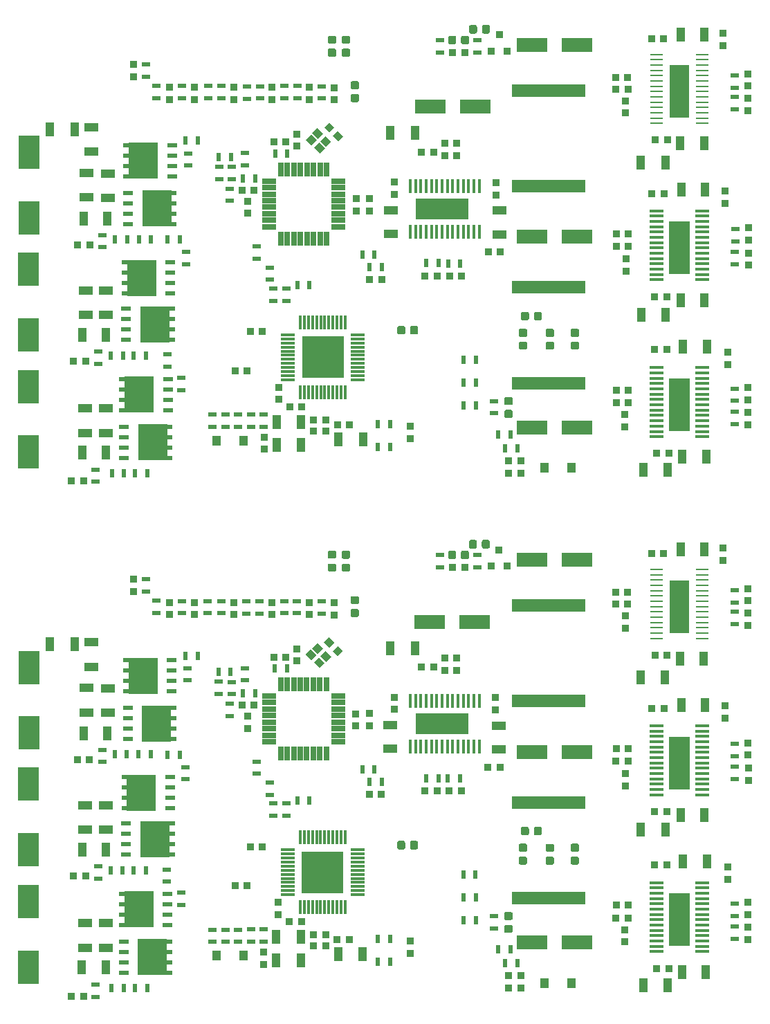
<source format=gtp>
%MOIN*%
%OFA0B0*%
%FSLAX46Y46*%
%IPPOS*%
%LPD*%
%ADD10R,0.066992125984251971X0.015811023622047244*%
%ADD11R,0.098488188976377955X0.25833070866141733*%
%ADD12R,0.03352755905511811X0.035496062992125987*%
%ADD13R,0.35833070866141731X0.059118110236220475*%
%ADD14C,0.005905511811023622*%
%ADD15R,0.066992125984251971X0.043370078740157476*%
%ADD16R,0.035496062992125987X0.03352755905511811*%
%ADD17R,0.043370078740157476X0.066992125984251971*%
%ADD18R,0.0985X0.1615*%
%ADD19R,0.023685039370078743X0.039433070866141735*%
%ADD20R,0.039433070866141735X0.023685039370078743*%
%ADD21R,0.060992125984251966X0.0098110236220472456*%
%ADD22R,0.092488188976377964X0.25233070866141732*%
%ADD23R,0.015811023622047244X0.066992125984251971*%
%ADD24R,0.25833070866141733X0.098488188976377955*%
%ADD25R,0.046519685039370082X0.021716535433070866*%
%ADD26R,0.029590551181102365X0.021716535433070866*%
%ADD27R,0.14337007874015747X0.17171653543307089*%
%ADD28R,0.039433070866141735X0.070929133858267726*%
%ADD29R,0.1457X0.067*%
%ADD30R,0.066992125984251971X0.025653543307086614*%
%ADD31R,0.025653543307086614X0.066992125984251971*%
%ADD32R,0.0355X0.0355*%
%ADD33R,0.070929133858267726X0.039433070866141735*%
%ADD34R,0.015811023622047244X0.070929133858267726*%
%ADD35R,0.070929133858267726X0.015811023622047244*%
%ADD36R,0.20085039370078742X0.20085039370078742*%
%ADD37R,0.039433070866141735X0.051244094488188986*%
%ADD48R,0.066992125984251971X0.015811023622047244*%
%ADD49R,0.098488188976377955X0.25833070866141733*%
%ADD50R,0.03352755905511811X0.035496062992125987*%
%ADD51R,0.35833070866141731X0.059118110236220475*%
%ADD52C,0.005905511811023622*%
%ADD53R,0.066992125984251971X0.043370078740157476*%
%ADD54R,0.035496062992125987X0.03352755905511811*%
%ADD55R,0.043370078740157476X0.066992125984251971*%
%ADD56R,0.0985X0.1615*%
%ADD57R,0.023685039370078743X0.039433070866141735*%
%ADD58R,0.039433070866141735X0.023685039370078743*%
%ADD59R,0.060992125984251966X0.0098110236220472456*%
%ADD60R,0.092488188976377964X0.25233070866141732*%
%ADD61R,0.015811023622047244X0.066992125984251971*%
%ADD62R,0.25833070866141733X0.098488188976377955*%
%ADD63R,0.046519685039370082X0.021716535433070866*%
%ADD64R,0.029590551181102365X0.021716535433070866*%
%ADD65R,0.14337007874015747X0.17171653543307089*%
%ADD66R,0.039433070866141735X0.070929133858267726*%
%ADD67R,0.1457X0.067*%
%ADD68R,0.066992125984251971X0.025653543307086614*%
%ADD69R,0.025653543307086614X0.066992125984251971*%
%ADD70R,0.0355X0.0355*%
%ADD71R,0.070929133858267726X0.039433070866141735*%
%ADD72R,0.015811023622047244X0.070929133858267726*%
%ADD73R,0.070929133858267726X0.015811023622047244*%
%ADD74R,0.20085039370078742X0.20085039370078742*%
%ADD75R,0.039433070866141735X0.051244094488188986*%
%LPD*%
D10*
X-0000000500Y-0000000500D02*
X0003492842Y0001187500D03*
X0003492842Y0001213090D03*
X0003492842Y0001238681D03*
X0003492842Y0001264271D03*
X0003272370Y0001110728D03*
X0003492842Y0001110728D03*
X0003492842Y0001136318D03*
X0003492842Y0001161909D03*
X0003272370Y0001289862D03*
X0003272370Y0001264271D03*
X0003272370Y0001238681D03*
X0003272370Y0001213090D03*
X0003272370Y0001187500D03*
X0003272370Y0001161909D03*
X0003492842Y0001289862D03*
X0003272370Y0001136318D03*
X0003492842Y0001085137D03*
X0003492842Y0001315452D03*
X0003272370Y0001315452D03*
X0003272370Y0001085137D03*
X0003492842Y0001059547D03*
X0003492842Y0001341043D03*
X0003272370Y0001341043D03*
X0003272370Y0001059547D03*
X0003492842Y0001033956D03*
X0003492842Y0001366633D03*
X0003272370Y0001366633D03*
X0003272370Y0001033956D03*
D11*
X0003382606Y0001187500D03*
D12*
X0001719500Y0001960027D03*
X0001719500Y0001900972D03*
D13*
X0002754480Y0000997511D03*
X0002754480Y0000536488D03*
D12*
X0002087295Y0000328633D03*
X0002087295Y0000269578D03*
D14*
G36*
X0002891530Y0000797930D02*
G01*
X0002892463Y0000797791D01*
X0002893378Y0000797562D01*
X0002894267Y0000797244D01*
X0002895119Y0000796841D01*
X0002895928Y0000796356D01*
X0002896686Y0000795794D01*
X0002897385Y0000795161D01*
X0002898018Y0000794462D01*
X0002898580Y0000793704D01*
X0002899065Y0000792895D01*
X0002899469Y0000792042D01*
X0002899786Y0000791154D01*
X0002900016Y0000790239D01*
X0002900154Y0000789306D01*
X0002900200Y0000788364D01*
X0002900200Y0000769139D01*
X0002900154Y0000768197D01*
X0002900016Y0000767264D01*
X0002899786Y0000766349D01*
X0002899469Y0000765461D01*
X0002899065Y0000764608D01*
X0002898580Y0000763799D01*
X0002898018Y0000763041D01*
X0002897385Y0000762342D01*
X0002896686Y0000761709D01*
X0002895928Y0000761147D01*
X0002895119Y0000760662D01*
X0002894267Y0000760259D01*
X0002893378Y0000759941D01*
X0002892463Y0000759712D01*
X0002891530Y0000759573D01*
X0002890588Y0000759527D01*
X0002868411Y0000759527D01*
X0002867469Y0000759573D01*
X0002866536Y0000759712D01*
X0002865621Y0000759941D01*
X0002864732Y0000760259D01*
X0002863880Y0000760662D01*
X0002863071Y0000761147D01*
X0002862313Y0000761709D01*
X0002861614Y0000762342D01*
X0002860981Y0000763041D01*
X0002860419Y0000763799D01*
X0002859934Y0000764608D01*
X0002859530Y0000765461D01*
X0002859213Y0000766349D01*
X0002858983Y0000767264D01*
X0002858845Y0000768197D01*
X0002858799Y0000769139D01*
X0002858799Y0000788364D01*
X0002858845Y0000789306D01*
X0002858983Y0000790239D01*
X0002859213Y0000791154D01*
X0002859530Y0000792042D01*
X0002859934Y0000792895D01*
X0002860419Y0000793704D01*
X0002860981Y0000794462D01*
X0002861614Y0000795161D01*
X0002862313Y0000795794D01*
X0002863071Y0000796356D01*
X0002863880Y0000796841D01*
X0002864732Y0000797244D01*
X0002865621Y0000797562D01*
X0002866536Y0000797791D01*
X0002867469Y0000797930D01*
X0002868411Y0000797976D01*
X0002890588Y0000797976D01*
X0002891530Y0000797930D01*
G37*
G36*
X0002891530Y0000735922D02*
G01*
X0002892463Y0000735783D01*
X0002893378Y0000735554D01*
X0002894267Y0000735236D01*
X0002895119Y0000734833D01*
X0002895928Y0000734348D01*
X0002896686Y0000733786D01*
X0002897385Y0000733153D01*
X0002898018Y0000732454D01*
X0002898580Y0000731696D01*
X0002899065Y0000730887D01*
X0002899469Y0000730034D01*
X0002899786Y0000729146D01*
X0002900016Y0000728231D01*
X0002900154Y0000727298D01*
X0002900200Y0000726356D01*
X0002900200Y0000707131D01*
X0002900154Y0000706189D01*
X0002900016Y0000705256D01*
X0002899786Y0000704341D01*
X0002899469Y0000703453D01*
X0002899065Y0000702600D01*
X0002898580Y0000701791D01*
X0002898018Y0000701033D01*
X0002897385Y0000700335D01*
X0002896686Y0000699701D01*
X0002895928Y0000699139D01*
X0002895119Y0000698654D01*
X0002894267Y0000698251D01*
X0002893378Y0000697933D01*
X0002892463Y0000697704D01*
X0002891530Y0000697565D01*
X0002890588Y0000697519D01*
X0002868411Y0000697519D01*
X0002867469Y0000697565D01*
X0002866536Y0000697704D01*
X0002865621Y0000697933D01*
X0002864732Y0000698251D01*
X0002863880Y0000698654D01*
X0002863071Y0000699139D01*
X0002862313Y0000699701D01*
X0002861614Y0000700335D01*
X0002860981Y0000701033D01*
X0002860419Y0000701791D01*
X0002859934Y0000702600D01*
X0002859530Y0000703453D01*
X0002859213Y0000704341D01*
X0002858983Y0000705256D01*
X0002858845Y0000706189D01*
X0002858799Y0000707131D01*
X0002858799Y0000726356D01*
X0002858845Y0000727298D01*
X0002858983Y0000728231D01*
X0002859213Y0000729146D01*
X0002859530Y0000730034D01*
X0002859934Y0000730887D01*
X0002860419Y0000731696D01*
X0002860981Y0000732454D01*
X0002861614Y0000733153D01*
X0002862313Y0000733786D01*
X0002863071Y0000734348D01*
X0002863880Y0000734833D01*
X0002864732Y0000735236D01*
X0002865621Y0000735554D01*
X0002866536Y0000735783D01*
X0002867469Y0000735922D01*
X0002868411Y0000735968D01*
X0002890588Y0000735968D01*
X0002891530Y0000735922D01*
G37*
G36*
X0002771530Y0000797634D02*
G01*
X0002772463Y0000797496D01*
X0002773378Y0000797267D01*
X0002774267Y0000796949D01*
X0002775119Y0000796546D01*
X0002775928Y0000796061D01*
X0002776686Y0000795499D01*
X0002777385Y0000794865D01*
X0002778018Y0000794166D01*
X0002778580Y0000793409D01*
X0002779065Y0000792600D01*
X0002779469Y0000791747D01*
X0002779786Y0000790859D01*
X0002780016Y0000789944D01*
X0002780154Y0000789011D01*
X0002780200Y0000788068D01*
X0002780200Y0000768844D01*
X0002780154Y0000767902D01*
X0002780016Y0000766969D01*
X0002779786Y0000766054D01*
X0002779469Y0000765166D01*
X0002779065Y0000764313D01*
X0002778580Y0000763504D01*
X0002778018Y0000762746D01*
X0002777385Y0000762047D01*
X0002776686Y0000761414D01*
X0002775928Y0000760852D01*
X0002775119Y0000760367D01*
X0002774267Y0000759963D01*
X0002773378Y0000759646D01*
X0002772463Y0000759416D01*
X0002771530Y0000759278D01*
X0002770588Y0000759232D01*
X0002748411Y0000759232D01*
X0002747469Y0000759278D01*
X0002746536Y0000759416D01*
X0002745621Y0000759646D01*
X0002744732Y0000759963D01*
X0002743880Y0000760367D01*
X0002743071Y0000760852D01*
X0002742313Y0000761414D01*
X0002741614Y0000762047D01*
X0002740981Y0000762746D01*
X0002740419Y0000763504D01*
X0002739934Y0000764313D01*
X0002739530Y0000765166D01*
X0002739213Y0000766054D01*
X0002738983Y0000766969D01*
X0002738845Y0000767902D01*
X0002738799Y0000768844D01*
X0002738799Y0000788068D01*
X0002738845Y0000789011D01*
X0002738983Y0000789944D01*
X0002739213Y0000790859D01*
X0002739530Y0000791747D01*
X0002739934Y0000792600D01*
X0002740419Y0000793409D01*
X0002740981Y0000794166D01*
X0002741614Y0000794865D01*
X0002742313Y0000795499D01*
X0002743071Y0000796061D01*
X0002743880Y0000796546D01*
X0002744732Y0000796949D01*
X0002745621Y0000797267D01*
X0002746536Y0000797496D01*
X0002747469Y0000797634D01*
X0002748411Y0000797681D01*
X0002770588Y0000797681D01*
X0002771530Y0000797634D01*
G37*
G36*
X0002771530Y0000735626D02*
G01*
X0002772463Y0000735488D01*
X0002773378Y0000735259D01*
X0002774267Y0000734941D01*
X0002775119Y0000734538D01*
X0002775928Y0000734053D01*
X0002776686Y0000733491D01*
X0002777385Y0000732857D01*
X0002778018Y0000732158D01*
X0002778580Y0000731401D01*
X0002779065Y0000730592D01*
X0002779469Y0000729739D01*
X0002779786Y0000728851D01*
X0002780016Y0000727936D01*
X0002780154Y0000727003D01*
X0002780200Y0000726061D01*
X0002780200Y0000706836D01*
X0002780154Y0000705894D01*
X0002780016Y0000704961D01*
X0002779786Y0000704046D01*
X0002779469Y0000703158D01*
X0002779065Y0000702305D01*
X0002778580Y0000701496D01*
X0002778018Y0000700738D01*
X0002777385Y0000700039D01*
X0002776686Y0000699406D01*
X0002775928Y0000698844D01*
X0002775119Y0000698359D01*
X0002774267Y0000697956D01*
X0002773378Y0000697638D01*
X0002772463Y0000697409D01*
X0002771530Y0000697270D01*
X0002770588Y0000697224D01*
X0002748411Y0000697224D01*
X0002747469Y0000697270D01*
X0002746536Y0000697409D01*
X0002745621Y0000697638D01*
X0002744732Y0000697956D01*
X0002743880Y0000698359D01*
X0002743071Y0000698844D01*
X0002742313Y0000699406D01*
X0002741614Y0000700039D01*
X0002740981Y0000700738D01*
X0002740419Y0000701496D01*
X0002739934Y0000702305D01*
X0002739530Y0000703158D01*
X0002739213Y0000704046D01*
X0002738983Y0000704961D01*
X0002738845Y0000705894D01*
X0002738799Y0000706836D01*
X0002738799Y0000726061D01*
X0002738845Y0000727003D01*
X0002738983Y0000727936D01*
X0002739213Y0000728851D01*
X0002739530Y0000729739D01*
X0002739934Y0000730592D01*
X0002740419Y0000731401D01*
X0002740981Y0000732158D01*
X0002741614Y0000732857D01*
X0002742313Y0000733491D01*
X0002743071Y0000734053D01*
X0002743880Y0000734538D01*
X0002744732Y0000734941D01*
X0002745621Y0000735259D01*
X0002746536Y0000735488D01*
X0002747469Y0000735626D01*
X0002748411Y0000735673D01*
X0002770588Y0000735673D01*
X0002771530Y0000735626D01*
G37*
G36*
X0002641530Y0000735922D02*
G01*
X0002642463Y0000735783D01*
X0002643378Y0000735554D01*
X0002644267Y0000735236D01*
X0002645119Y0000734833D01*
X0002645928Y0000734348D01*
X0002646686Y0000733786D01*
X0002647385Y0000733153D01*
X0002648018Y0000732454D01*
X0002648580Y0000731696D01*
X0002649065Y0000730887D01*
X0002649469Y0000730034D01*
X0002649786Y0000729146D01*
X0002650016Y0000728231D01*
X0002650154Y0000727298D01*
X0002650200Y0000726356D01*
X0002650200Y0000707131D01*
X0002650154Y0000706189D01*
X0002650016Y0000705256D01*
X0002649786Y0000704341D01*
X0002649469Y0000703453D01*
X0002649065Y0000702600D01*
X0002648580Y0000701791D01*
X0002648018Y0000701033D01*
X0002647385Y0000700335D01*
X0002646686Y0000699701D01*
X0002645928Y0000699139D01*
X0002645119Y0000698654D01*
X0002644267Y0000698251D01*
X0002643378Y0000697933D01*
X0002642463Y0000697704D01*
X0002641530Y0000697565D01*
X0002640588Y0000697519D01*
X0002618411Y0000697519D01*
X0002617469Y0000697565D01*
X0002616536Y0000697704D01*
X0002615621Y0000697933D01*
X0002614732Y0000698251D01*
X0002613880Y0000698654D01*
X0002613071Y0000699139D01*
X0002612313Y0000699701D01*
X0002611614Y0000700335D01*
X0002610981Y0000701033D01*
X0002610419Y0000701791D01*
X0002609934Y0000702600D01*
X0002609530Y0000703453D01*
X0002609213Y0000704341D01*
X0002608983Y0000705256D01*
X0002608845Y0000706189D01*
X0002608799Y0000707131D01*
X0002608799Y0000726356D01*
X0002608845Y0000727298D01*
X0002608983Y0000728231D01*
X0002609213Y0000729146D01*
X0002609530Y0000730034D01*
X0002609934Y0000730887D01*
X0002610419Y0000731696D01*
X0002610981Y0000732454D01*
X0002611614Y0000733153D01*
X0002612313Y0000733786D01*
X0002613071Y0000734348D01*
X0002613880Y0000734833D01*
X0002614732Y0000735236D01*
X0002615621Y0000735554D01*
X0002616536Y0000735783D01*
X0002617469Y0000735922D01*
X0002618411Y0000735968D01*
X0002640588Y0000735968D01*
X0002641530Y0000735922D01*
G37*
G36*
X0002641530Y0000797930D02*
G01*
X0002642463Y0000797791D01*
X0002643378Y0000797562D01*
X0002644267Y0000797244D01*
X0002645119Y0000796841D01*
X0002645928Y0000796356D01*
X0002646686Y0000795794D01*
X0002647385Y0000795161D01*
X0002648018Y0000794462D01*
X0002648580Y0000793704D01*
X0002649065Y0000792895D01*
X0002649469Y0000792042D01*
X0002649786Y0000791154D01*
X0002650016Y0000790239D01*
X0002650154Y0000789306D01*
X0002650200Y0000788364D01*
X0002650200Y0000769139D01*
X0002650154Y0000768197D01*
X0002650016Y0000767264D01*
X0002649786Y0000766349D01*
X0002649469Y0000765461D01*
X0002649065Y0000764608D01*
X0002648580Y0000763799D01*
X0002648018Y0000763041D01*
X0002647385Y0000762342D01*
X0002646686Y0000761709D01*
X0002645928Y0000761147D01*
X0002645119Y0000760662D01*
X0002644267Y0000760259D01*
X0002643378Y0000759941D01*
X0002642463Y0000759712D01*
X0002641530Y0000759573D01*
X0002640588Y0000759527D01*
X0002618411Y0000759527D01*
X0002617469Y0000759573D01*
X0002616536Y0000759712D01*
X0002615621Y0000759941D01*
X0002614732Y0000760259D01*
X0002613880Y0000760662D01*
X0002613071Y0000761147D01*
X0002612313Y0000761709D01*
X0002611614Y0000762342D01*
X0002610981Y0000763041D01*
X0002610419Y0000763799D01*
X0002609934Y0000764608D01*
X0002609530Y0000765461D01*
X0002609213Y0000766349D01*
X0002608983Y0000767264D01*
X0002608845Y0000768197D01*
X0002608799Y0000769139D01*
X0002608799Y0000788364D01*
X0002608845Y0000789306D01*
X0002608983Y0000790239D01*
X0002609213Y0000791154D01*
X0002609530Y0000792042D01*
X0002609934Y0000792895D01*
X0002610419Y0000793704D01*
X0002610981Y0000794462D01*
X0002611614Y0000795161D01*
X0002612313Y0000795794D01*
X0002613071Y0000796356D01*
X0002613880Y0000796841D01*
X0002614732Y0000797244D01*
X0002615621Y0000797562D01*
X0002616536Y0000797791D01*
X0002617469Y0000797930D01*
X0002618411Y0000797976D01*
X0002640588Y0000797976D01*
X0002641530Y0000797930D01*
G37*
D12*
X0001381783Y0000217610D03*
X0001381783Y0000276665D03*
D15*
X0000521999Y0000982555D03*
X0000521999Y0000864444D03*
D16*
X0001619972Y0000304500D03*
X0001679027Y0000304500D03*
X0001948318Y0001036507D03*
X0001889263Y0001036507D03*
D12*
X0003594000Y0002162972D03*
X0003594000Y0002222027D03*
X0003603000Y0001403472D03*
X0003603000Y0001462527D03*
X0003616500Y0000625972D03*
X0003616500Y0000685027D03*
D16*
X0002461672Y0001167000D03*
X0002520727Y0001167000D03*
D12*
X0003712700Y0001849872D03*
X0003712700Y0001908927D03*
X0003716200Y0001103972D03*
X0003716200Y0001163027D03*
X0003713600Y0000335772D03*
X0003713600Y0000394827D03*
D16*
X0002158172Y0001053500D03*
X0002217227Y0001053500D03*
D12*
X0003712700Y0002026927D03*
X0003712700Y0001967872D03*
X0003715200Y0001284027D03*
X0003715200Y0001224972D03*
X0003713600Y0000515327D03*
X0003713600Y0000456272D03*
D16*
X0002334227Y0001053500D03*
X0002275172Y0001053500D03*
X0003134527Y0002009000D03*
X0003075472Y0002009000D03*
X0003137827Y0001254800D03*
X0003078772Y0001254800D03*
X0003138127Y0000502900D03*
X0003079072Y0000502900D03*
D12*
X0002311200Y0001632472D03*
X0002311200Y0001691527D03*
D16*
X0003135027Y0001952999D03*
X0003075972Y0001952999D03*
D12*
X0003122500Y0001896527D03*
X0003122500Y0001837472D03*
D16*
X0003137327Y0001194800D03*
X0003078272Y0001194800D03*
D12*
X0003125300Y0001135327D03*
X0003125300Y0001076272D03*
D16*
X0003137627Y0000440400D03*
X0003078572Y0000440400D03*
D12*
X0003121200Y0000384027D03*
X0003121200Y0000324972D03*
X0002254199Y0001632472D03*
X0002254199Y0001691527D03*
D16*
X0002199727Y0001647999D03*
X0002140672Y0001647999D03*
X0003248972Y0002195499D03*
X0003308027Y0002195499D03*
X0003264072Y0000953000D03*
X0003323127Y0000953000D03*
X0003262972Y0000697000D03*
X0003322027Y0000697000D03*
D12*
X0002008699Y0001504027D03*
X0002008699Y0001444972D03*
X0001420000Y0001960527D03*
X0001420000Y0001901472D03*
X0001048000Y0001961027D03*
X0001048000Y0001901972D03*
X0001601500Y0001961027D03*
X0001601500Y0001901972D03*
X0001237688Y0001960917D03*
X0001237688Y0001901862D03*
X0000927000Y0001901972D03*
X0000927000Y0001961027D03*
D16*
X0003250472Y0001448500D03*
X0003309527Y0001448500D03*
X0003272972Y0000197000D03*
X0003332027Y0000197000D03*
D12*
X0002498200Y0001502527D03*
X0002498200Y0001443472D03*
D16*
X0001564127Y0000422700D03*
X0001505072Y0000422700D03*
D17*
X0001560055Y0000348300D03*
X0001441944Y0000348300D03*
D12*
X0001451862Y0000516035D03*
X0001451862Y0000456980D03*
D16*
X0001315641Y0000784145D03*
X0001374696Y0000784145D03*
X0001301468Y0000595956D03*
X0001242413Y0000595956D03*
D12*
X0002559342Y0000102649D03*
X0002559342Y0000161704D03*
D17*
X0001442019Y0000237688D03*
X0001560129Y0000237688D03*
D12*
X0002619972Y0000103043D03*
X0002619972Y0000162098D03*
D18*
X0000250000Y0001647000D03*
X0000250000Y0001332000D03*
D17*
X0003198644Y0000865500D03*
X0003316755Y0000865500D03*
D15*
X0000620000Y0000982555D03*
X0000620000Y0000864444D03*
X0000520000Y0000414555D03*
X0000520000Y0000296444D03*
D18*
X0000248000Y0001085000D03*
X0000248000Y0000770000D03*
D15*
X0000630000Y0001546555D03*
X0000630000Y0001428444D03*
X0000526000Y0001548555D03*
X0000526000Y0001430444D03*
D18*
X0000248000Y0000518999D03*
X0000248000Y0000204000D03*
D17*
X0001991144Y0001740999D03*
X0002109255Y0001740999D03*
D15*
X0000620000Y0000414555D03*
X0000620000Y0000296444D03*
D16*
X0003265972Y0001707000D03*
X0003325027Y0001707000D03*
X0002349027Y0002129499D03*
X0002289972Y0002129499D03*
X0001619972Y0000359500D03*
X0001679027Y0000359500D03*
D19*
X0001855405Y0001156586D03*
X0001914460Y0001156586D03*
X0001948712Y0001095956D03*
X0001889657Y0001095956D03*
D20*
X0003648800Y0001855472D03*
X0003648800Y0001914527D03*
X0003651200Y0001108972D03*
X0003651200Y0001168027D03*
X0003649500Y0000340272D03*
X0003649500Y0000399327D03*
D19*
X0002163922Y0001113750D03*
X0002222977Y0001113750D03*
D20*
X0003648800Y0002019027D03*
X0003648800Y0001959972D03*
X0003651700Y0001278027D03*
X0003651700Y0001218972D03*
X0003649500Y0000509727D03*
X0003649500Y0000450672D03*
D19*
X0002327727Y0001113000D03*
X0002268672Y0001113000D03*
D20*
X0002409499Y0002129972D03*
X0002409499Y0002189027D03*
X0002229500Y0002189027D03*
X0002229500Y0002129972D03*
X0001298499Y0001906472D03*
X0001298499Y0001965527D03*
X0001661000Y0001906972D03*
X0001661000Y0001966027D03*
X0001362000Y0001906972D03*
X0001362000Y0001966027D03*
X0000987000Y0001907972D03*
X0000987000Y0001967027D03*
D19*
X0002401862Y0000649893D03*
X0002342807Y0000649893D03*
D20*
X0001541999Y0001967027D03*
X0001541999Y0001907972D03*
X0001176000Y0001967027D03*
X0001176000Y0001907972D03*
X0000863000Y0001968027D03*
X0000863000Y0001908972D03*
D19*
X0002402334Y0000539893D03*
X0002343279Y0000539893D03*
X0002402807Y0000429893D03*
X0002343751Y0000429893D03*
D20*
X0001479000Y0001967027D03*
X0001479000Y0001907972D03*
X0001112000Y0001967027D03*
X0001112000Y0001907972D03*
X0000814460Y0002012492D03*
X0000814460Y0002071547D03*
X0000915000Y0000674027D03*
X0000915000Y0000614972D03*
X0000984145Y0000503437D03*
X0000984145Y0000562492D03*
D19*
X0000819527Y0000103500D03*
X0000760472Y0000103500D03*
X0002544381Y0000222334D03*
X0002603437Y0000222334D03*
X0000707527Y0000103500D03*
X0000648472Y0000103500D03*
X0000917472Y0001227500D03*
X0000976527Y0001227500D03*
D20*
X0001005000Y0001107972D03*
X0001005000Y0001167027D03*
D19*
X0000813527Y0000669500D03*
X0000754472Y0000669500D03*
X0000837527Y0001229500D03*
X0000778472Y0001229500D03*
X0001063027Y0001704000D03*
X0001003972Y0001704000D03*
D20*
X0001014999Y0001584472D03*
X0001014999Y0001643527D03*
D19*
X0000701527Y0000669500D03*
X0000642472Y0000669500D03*
X0000721527Y0001229500D03*
X0000662472Y0001229500D03*
X0002569972Y0000288476D03*
X0002510917Y0000288476D03*
D20*
X0002489500Y0000390444D03*
X0002489500Y0000449500D03*
D21*
X0003492736Y0001940500D03*
X0003492736Y0001966090D03*
X0003492736Y0001991681D03*
X0003492736Y0002017271D03*
X0003272263Y0001863728D03*
X0003492736Y0001863728D03*
X0003492736Y0001889318D03*
X0003492736Y0001914909D03*
X0003272263Y0002042862D03*
X0003272263Y0002017271D03*
X0003272263Y0001991681D03*
X0003272263Y0001966090D03*
X0003272263Y0001940500D03*
X0003272263Y0001914909D03*
X0003492736Y0002042862D03*
X0003272263Y0001889318D03*
X0003492736Y0001838137D03*
X0003492736Y0002068452D03*
X0003272263Y0002068452D03*
X0003272263Y0001838137D03*
X0003492736Y0001812547D03*
X0003492736Y0002094043D03*
X0003272263Y0002094043D03*
X0003272263Y0001812547D03*
X0003492736Y0001786956D03*
X0003492736Y0002119633D03*
X0003272263Y0002119633D03*
X0003272263Y0001786956D03*
D22*
X0003382500Y0001940500D03*
D10*
X0003492641Y0000431499D03*
X0003492641Y0000457090D03*
X0003492641Y0000482681D03*
X0003492641Y0000508271D03*
X0003272169Y0000354728D03*
X0003492641Y0000354728D03*
X0003492641Y0000380318D03*
X0003492641Y0000405909D03*
X0003272169Y0000533862D03*
X0003272169Y0000508271D03*
X0003272169Y0000482681D03*
X0003272169Y0000457090D03*
X0003272169Y0000431499D03*
X0003272169Y0000405909D03*
X0003492641Y0000533862D03*
X0003272169Y0000380318D03*
X0003492641Y0000329137D03*
X0003492641Y0000559452D03*
X0003272169Y0000559452D03*
X0003272169Y0000329137D03*
X0003492641Y0000303547D03*
X0003492641Y0000585043D03*
X0003272169Y0000585043D03*
X0003272169Y0000303547D03*
X0003492641Y0000277956D03*
X0003492641Y0000610633D03*
X0003272169Y0000610633D03*
X0003272169Y0000277956D03*
D11*
X0003382405Y0000431499D03*
D23*
X0002240200Y0001265763D03*
X0002265790Y0001265763D03*
X0002291381Y0001265763D03*
X0002316971Y0001265763D03*
X0002163428Y0001486236D03*
X0002163428Y0001265763D03*
X0002189018Y0001265763D03*
X0002214609Y0001265763D03*
X0002342562Y0001486236D03*
X0002316971Y0001486236D03*
X0002291381Y0001486236D03*
X0002265790Y0001486236D03*
X0002240200Y0001486236D03*
X0002214609Y0001486236D03*
X0002342562Y0001265763D03*
X0002189018Y0001486236D03*
X0002137837Y0001265763D03*
X0002368152Y0001265763D03*
X0002368152Y0001486236D03*
X0002137837Y0001486236D03*
X0002112247Y0001265763D03*
X0002393743Y0001265763D03*
X0002393743Y0001486236D03*
X0002112247Y0001486236D03*
X0002086656Y0001265763D03*
X0002419333Y0001265763D03*
X0002419333Y0001486236D03*
X0002086656Y0001486236D03*
D24*
X0002240200Y0001375999D03*
D25*
X0000918362Y0000406499D03*
X0000918362Y0000456499D03*
X0000918362Y0000506500D03*
D26*
X0000696314Y0000456499D03*
X0000696314Y0000506500D03*
X0000696314Y0000556500D03*
D25*
X0000918362Y0000556500D03*
D27*
X0000778795Y0000481500D03*
D26*
X0000696314Y0000406499D03*
D25*
X0000705637Y0000326499D03*
X0000705637Y0000276500D03*
X0000705637Y0000226500D03*
D26*
X0000927685Y0000276500D03*
X0000927685Y0000226500D03*
X0000927685Y0000176500D03*
D25*
X0000705637Y0000176500D03*
D27*
X0000845204Y0000251500D03*
D26*
X0000927685Y0000326499D03*
D25*
X0000931362Y0000968500D03*
X0000931362Y0001018500D03*
X0000931362Y0001068500D03*
D26*
X0000709314Y0001018500D03*
X0000709314Y0001068500D03*
X0000709314Y0001118500D03*
D25*
X0000931362Y0001118500D03*
D27*
X0000791795Y0001043500D03*
D26*
X0000709314Y0000968500D03*
D25*
X0000717637Y0000894500D03*
X0000717637Y0000844500D03*
X0000717637Y0000794500D03*
D26*
X0000939685Y0000844500D03*
X0000939685Y0000794500D03*
X0000939685Y0000744500D03*
D25*
X0000717637Y0000744500D03*
D27*
X0000857204Y0000819500D03*
D26*
X0000939685Y0000894500D03*
D25*
X0000938362Y0001532500D03*
X0000938362Y0001582499D03*
X0000938362Y0001632500D03*
D26*
X0000716314Y0001582499D03*
X0000716314Y0001632500D03*
X0000716314Y0001682499D03*
D25*
X0000938362Y0001682499D03*
D27*
X0000798795Y0001607500D03*
D26*
X0000716314Y0001532500D03*
D25*
X0000725637Y0001452499D03*
X0000725637Y0001402500D03*
X0000725637Y0001352500D03*
D26*
X0000947685Y0001402500D03*
X0000947685Y0001352500D03*
X0000947685Y0001302500D03*
D25*
X0000725637Y0001302500D03*
D27*
X0000865204Y0001377499D03*
D26*
X0000947685Y0001452499D03*
D28*
X0000504913Y0000203500D03*
X0000619086Y0000203500D03*
X0000506913Y0000769500D03*
X0000621086Y0000769500D03*
X0000512913Y0001329499D03*
X0000627086Y0001329499D03*
D17*
X0000351389Y0001759500D03*
X0000469500Y0001759500D03*
D15*
X0000549500Y0001650444D03*
X0000549500Y0001768555D03*
D29*
X0002890800Y0002164500D03*
X0002674200Y0002164500D03*
X0002890300Y0001240500D03*
X0002673700Y0001240500D03*
X0002890300Y0000322500D03*
X0002673700Y0000322500D03*
X0002398500Y0001867000D03*
X0002181900Y0001867000D03*
D13*
X0002754480Y0001945511D03*
X0002754480Y0001484488D03*
D17*
X0003209644Y0000117499D03*
X0003327755Y0000117499D03*
X0003196944Y0001598500D03*
X0003315055Y0001598500D03*
D19*
X0001989027Y0000339499D03*
X0001929972Y0000339499D03*
X0001989027Y0000229500D03*
X0001929972Y0000229500D03*
D12*
X0000754618Y0002012098D03*
X0000754618Y0002071153D03*
D30*
X0001740122Y0001289363D03*
X0001740122Y0001320859D03*
X0001740122Y0001352355D03*
X0001740122Y0001383851D03*
X0001740122Y0001415347D03*
X0001740122Y0001446844D03*
X0001740122Y0001478340D03*
X0001740122Y0001509836D03*
D31*
X0001683036Y0001566922D03*
X0001651540Y0001566922D03*
X0001620044Y0001566922D03*
X0001588548Y0001566922D03*
X0001557051Y0001566922D03*
X0001525555Y0001566922D03*
X0001494059Y0001566922D03*
X0001462563Y0001566922D03*
D30*
X0001405477Y0001509836D03*
X0001405477Y0001478340D03*
X0001405477Y0001446844D03*
X0001405477Y0001415347D03*
X0001405477Y0001383851D03*
X0001405477Y0001352355D03*
X0001405477Y0001320859D03*
X0001405477Y0001289363D03*
D31*
X0001462563Y0001232277D03*
X0001494059Y0001232277D03*
X0001525555Y0001232277D03*
X0001557051Y0001232277D03*
X0001588548Y0001232277D03*
X0001620044Y0001232277D03*
X0001651540Y0001232277D03*
X0001683036Y0001232277D03*
D14*
G36*
X0001705789Y0001698932D02*
G01*
X0001680690Y0001673832D01*
X0001652807Y0001701716D01*
X0001677906Y0001726815D01*
X0001705789Y0001698932D01*
G37*
G36*
X0001666815Y0001737906D02*
G01*
X0001641716Y0001712807D01*
X0001613832Y0001740690D01*
X0001638932Y0001765789D01*
X0001666815Y0001737906D01*
G37*
G36*
X0001636192Y0001707283D02*
G01*
X0001611093Y0001682184D01*
X0001583209Y0001710067D01*
X0001608309Y0001735167D01*
X0001636192Y0001707283D01*
G37*
G36*
X0001675167Y0001668309D02*
G01*
X0001650067Y0001643210D01*
X0001622184Y0001671093D01*
X0001647283Y0001696192D01*
X0001675167Y0001668309D01*
G37*
D16*
X0000453830Y0000063673D03*
X0000512885Y0000063673D03*
X0000464854Y0000642019D03*
X0000523909Y0000642019D03*
X0000482572Y0001203200D03*
X0000541627Y0001203200D03*
D20*
X0001347137Y0001135326D03*
X0001347137Y0001194381D03*
X0001290838Y0001643988D03*
X0001290838Y0001584933D03*
X0001256980Y0000384145D03*
X0001256980Y0000325090D03*
X0001195562Y0000384145D03*
X0001195562Y0000325090D03*
D19*
X0001601468Y0001007374D03*
X0001542413Y0001007374D03*
D20*
X0001410917Y0001092807D03*
X0001410917Y0001033751D03*
X0001165248Y0001518791D03*
X0001165248Y0001577846D03*
D19*
X0001162492Y0001626665D03*
X0001221547Y0001626665D03*
D20*
X0001319185Y0000325877D03*
X0001319185Y0000384933D03*
X0001490051Y0000991625D03*
X0001490051Y0000932570D03*
X0001227059Y0001518397D03*
X0001227059Y0001577452D03*
X0000570366Y0000119578D03*
X0000570366Y0000060523D03*
X0001380602Y0000384933D03*
X0001380602Y0000325877D03*
X0000583751Y0000688082D03*
X0000583751Y0000629027D03*
X0001425877Y0000932177D03*
X0001425877Y0000991232D03*
X0000602600Y0001250227D03*
X0000602600Y0001191172D03*
X0001218003Y0001414066D03*
X0001218003Y0001473122D03*
D14*
G36*
X0001713475Y0001726816D02*
G01*
X0001737183Y0001750524D01*
X0001762282Y0001725424D01*
X0001738575Y0001701717D01*
X0001713475Y0001726816D01*
G37*
G36*
X0001671717Y0001768575D02*
G01*
X0001695424Y0001792282D01*
X0001720524Y0001767183D01*
X0001696816Y0001743475D01*
X0001671717Y0001768575D01*
G37*
D12*
X0001541232Y0001736901D03*
X0001541232Y0001677846D03*
D16*
X0001275484Y0001466822D03*
X0001334539Y0001466822D03*
D12*
X0001304618Y0001354224D03*
X0001304618Y0001413279D03*
X0001825000Y0001423727D03*
X0001825000Y0001364672D03*
X0001888999Y0001424527D03*
X0001888999Y0001365472D03*
D16*
X0001429027Y0001697137D03*
X0001488082Y0001697137D03*
X0001794027Y0000334500D03*
X0001734972Y0000334500D03*
D17*
X0001740444Y0000264500D03*
X0001858555Y0000264500D03*
D32*
X0002477846Y0002135326D03*
X0002552649Y0002135326D03*
X0002515247Y0002214026D03*
D28*
X0003503586Y0002214999D03*
X0003389413Y0002214999D03*
X0003507086Y0001467499D03*
X0003392913Y0001467499D03*
X0003515586Y0000712000D03*
X0003401413Y0000712000D03*
D33*
X0002515200Y0001253413D03*
X0002515200Y0001367586D03*
D28*
X0003501586Y0001690500D03*
X0003387413Y0001690500D03*
X0003504586Y0000936500D03*
X0003390413Y0000936500D03*
X0003511886Y0000180500D03*
X0003397713Y0000180500D03*
D33*
X0001991700Y0001255413D03*
X0001991700Y0001369586D03*
D19*
X0001434933Y0001641232D03*
X0001493988Y0001641232D03*
X0001281389Y0001522728D03*
X0001340444Y0001522728D03*
D20*
X0001133751Y0000324696D03*
X0001133751Y0000383751D03*
D14*
G36*
X0002571766Y0000407063D02*
G01*
X0002572700Y0000406925D01*
X0002573615Y0000406696D01*
X0002574503Y0000406378D01*
X0002575355Y0000405975D01*
X0002576165Y0000405490D01*
X0002576922Y0000404928D01*
X0002577621Y0000404294D01*
X0002578255Y0000403595D01*
X0002578817Y0000402838D01*
X0002579302Y0000402029D01*
X0002579705Y0000401176D01*
X0002580023Y0000400288D01*
X0002580252Y0000399373D01*
X0002580390Y0000398440D01*
X0002580437Y0000397497D01*
X0002580437Y0000378273D01*
X0002580390Y0000377331D01*
X0002580252Y0000376398D01*
X0002580023Y0000375483D01*
X0002579705Y0000374595D01*
X0002579302Y0000373742D01*
X0002578817Y0000372933D01*
X0002578255Y0000372175D01*
X0002577621Y0000371476D01*
X0002576922Y0000370843D01*
X0002576165Y0000370281D01*
X0002575355Y0000369796D01*
X0002574503Y0000369393D01*
X0002573615Y0000369075D01*
X0002572700Y0000368846D01*
X0002571766Y0000368707D01*
X0002570824Y0000368661D01*
X0002548647Y0000368661D01*
X0002547705Y0000368707D01*
X0002546772Y0000368846D01*
X0002545857Y0000369075D01*
X0002544969Y0000369393D01*
X0002544116Y0000369796D01*
X0002543307Y0000370281D01*
X0002542549Y0000370843D01*
X0002541850Y0000371476D01*
X0002541217Y0000372175D01*
X0002540655Y0000372933D01*
X0002540170Y0000373742D01*
X0002539767Y0000374595D01*
X0002539449Y0000375483D01*
X0002539220Y0000376398D01*
X0002539081Y0000377331D01*
X0002539035Y0000378273D01*
X0002539035Y0000397497D01*
X0002539081Y0000398440D01*
X0002539220Y0000399373D01*
X0002539449Y0000400288D01*
X0002539767Y0000401176D01*
X0002540170Y0000402029D01*
X0002540655Y0000402838D01*
X0002541217Y0000403595D01*
X0002541850Y0000404294D01*
X0002542549Y0000404928D01*
X0002543307Y0000405490D01*
X0002544116Y0000405975D01*
X0002544969Y0000406378D01*
X0002545857Y0000406696D01*
X0002546772Y0000406925D01*
X0002547705Y0000407063D01*
X0002548647Y0000407110D01*
X0002570824Y0000407110D01*
X0002571766Y0000407063D01*
G37*
G36*
X0002571766Y0000469071D02*
G01*
X0002572700Y0000468933D01*
X0002573615Y0000468704D01*
X0002574503Y0000468386D01*
X0002575355Y0000467983D01*
X0002576165Y0000467498D01*
X0002576922Y0000466936D01*
X0002577621Y0000466302D01*
X0002578255Y0000465603D01*
X0002578817Y0000464846D01*
X0002579302Y0000464037D01*
X0002579705Y0000463184D01*
X0002580023Y0000462296D01*
X0002580252Y0000461381D01*
X0002580390Y0000460448D01*
X0002580437Y0000459505D01*
X0002580437Y0000440281D01*
X0002580390Y0000439339D01*
X0002580252Y0000438406D01*
X0002580023Y0000437491D01*
X0002579705Y0000436603D01*
X0002579302Y0000435750D01*
X0002578817Y0000434941D01*
X0002578255Y0000434183D01*
X0002577621Y0000433484D01*
X0002576922Y0000432851D01*
X0002576165Y0000432289D01*
X0002575355Y0000431804D01*
X0002574503Y0000431400D01*
X0002573615Y0000431083D01*
X0002572700Y0000430853D01*
X0002571766Y0000430715D01*
X0002570824Y0000430669D01*
X0002548647Y0000430669D01*
X0002547705Y0000430715D01*
X0002546772Y0000430853D01*
X0002545857Y0000431083D01*
X0002544969Y0000431400D01*
X0002544116Y0000431804D01*
X0002543307Y0000432289D01*
X0002542549Y0000432851D01*
X0002541850Y0000433484D01*
X0002541217Y0000434183D01*
X0002540655Y0000434941D01*
X0002540170Y0000435750D01*
X0002539767Y0000436603D01*
X0002539449Y0000437491D01*
X0002539220Y0000438406D01*
X0002539081Y0000439339D01*
X0002539035Y0000440281D01*
X0002539035Y0000459505D01*
X0002539081Y0000460448D01*
X0002539220Y0000461381D01*
X0002539449Y0000462296D01*
X0002539767Y0000463184D01*
X0002540170Y0000464037D01*
X0002540655Y0000464846D01*
X0002541217Y0000465603D01*
X0002541850Y0000466302D01*
X0002542549Y0000466936D01*
X0002543307Y0000467498D01*
X0002544116Y0000467983D01*
X0002544969Y0000468386D01*
X0002545857Y0000468704D01*
X0002546772Y0000468933D01*
X0002547705Y0000469071D01*
X0002548647Y0000469118D01*
X0002570824Y0000469118D01*
X0002571766Y0000469071D01*
G37*
G36*
X0002461629Y0002261493D02*
G01*
X0002462562Y0002261354D01*
X0002463477Y0002261125D01*
X0002464365Y0002260807D01*
X0002465218Y0002260404D01*
X0002466027Y0002259919D01*
X0002466784Y0002259357D01*
X0002467483Y0002258724D01*
X0002468117Y0002258025D01*
X0002468679Y0002257267D01*
X0002469164Y0002256458D01*
X0002469567Y0002255605D01*
X0002469885Y0002254717D01*
X0002470114Y0002253802D01*
X0002470252Y0002252869D01*
X0002470299Y0002251927D01*
X0002470299Y0002229750D01*
X0002470252Y0002228807D01*
X0002470114Y0002227874D01*
X0002469885Y0002226959D01*
X0002469567Y0002226071D01*
X0002469164Y0002225218D01*
X0002468679Y0002224409D01*
X0002468117Y0002223652D01*
X0002467483Y0002222953D01*
X0002466784Y0002222319D01*
X0002466027Y0002221757D01*
X0002465218Y0002221272D01*
X0002464365Y0002220869D01*
X0002463477Y0002220551D01*
X0002462562Y0002220322D01*
X0002461629Y0002220184D01*
X0002460687Y0002220137D01*
X0002441462Y0002220137D01*
X0002440520Y0002220184D01*
X0002439587Y0002220322D01*
X0002438672Y0002220551D01*
X0002437784Y0002220869D01*
X0002436931Y0002221272D01*
X0002436122Y0002221757D01*
X0002435364Y0002222319D01*
X0002434665Y0002222953D01*
X0002434032Y0002223652D01*
X0002433470Y0002224409D01*
X0002432985Y0002225218D01*
X0002432582Y0002226071D01*
X0002432264Y0002226959D01*
X0002432035Y0002227874D01*
X0002431896Y0002228807D01*
X0002431850Y0002229750D01*
X0002431850Y0002251927D01*
X0002431896Y0002252869D01*
X0002432035Y0002253802D01*
X0002432264Y0002254717D01*
X0002432582Y0002255605D01*
X0002432985Y0002256458D01*
X0002433470Y0002257267D01*
X0002434032Y0002258025D01*
X0002434665Y0002258724D01*
X0002435364Y0002259357D01*
X0002436122Y0002259919D01*
X0002436931Y0002260404D01*
X0002437784Y0002260807D01*
X0002438672Y0002261125D01*
X0002439587Y0002261354D01*
X0002440520Y0002261493D01*
X0002441462Y0002261539D01*
X0002460687Y0002261539D01*
X0002461629Y0002261493D01*
G37*
G36*
X0002399621Y0002261493D02*
G01*
X0002400554Y0002261354D01*
X0002401469Y0002261125D01*
X0002402357Y0002260807D01*
X0002403210Y0002260404D01*
X0002404019Y0002259919D01*
X0002404777Y0002259357D01*
X0002405475Y0002258724D01*
X0002406109Y0002258025D01*
X0002406671Y0002257267D01*
X0002407156Y0002256458D01*
X0002407559Y0002255605D01*
X0002407877Y0002254717D01*
X0002408106Y0002253802D01*
X0002408245Y0002252869D01*
X0002408291Y0002251927D01*
X0002408291Y0002229750D01*
X0002408245Y0002228807D01*
X0002408106Y0002227874D01*
X0002407877Y0002226959D01*
X0002407559Y0002226071D01*
X0002407156Y0002225218D01*
X0002406671Y0002224409D01*
X0002406109Y0002223652D01*
X0002405475Y0002222953D01*
X0002404777Y0002222319D01*
X0002404019Y0002221757D01*
X0002403210Y0002221272D01*
X0002402357Y0002220869D01*
X0002401469Y0002220551D01*
X0002400554Y0002220322D01*
X0002399621Y0002220184D01*
X0002398679Y0002220137D01*
X0002379454Y0002220137D01*
X0002378512Y0002220184D01*
X0002377579Y0002220322D01*
X0002376664Y0002220551D01*
X0002375776Y0002220869D01*
X0002374923Y0002221272D01*
X0002374114Y0002221757D01*
X0002373356Y0002222319D01*
X0002372657Y0002222953D01*
X0002372024Y0002223652D01*
X0002371462Y0002224409D01*
X0002370977Y0002225218D01*
X0002370574Y0002226071D01*
X0002370256Y0002226959D01*
X0002370027Y0002227874D01*
X0002369888Y0002228807D01*
X0002369842Y0002229750D01*
X0002369842Y0002251927D01*
X0002369888Y0002252869D01*
X0002370027Y0002253802D01*
X0002370256Y0002254717D01*
X0002370574Y0002255605D01*
X0002370977Y0002256458D01*
X0002371462Y0002257267D01*
X0002372024Y0002258025D01*
X0002372657Y0002258724D01*
X0002373356Y0002259357D01*
X0002374114Y0002259919D01*
X0002374923Y0002260404D01*
X0002375776Y0002260807D01*
X0002376664Y0002261125D01*
X0002377579Y0002261354D01*
X0002378512Y0002261493D01*
X0002379454Y0002261539D01*
X0002398679Y0002261539D01*
X0002399621Y0002261493D01*
G37*
G36*
X0002650054Y0000880154D02*
G01*
X0002650987Y0000880016D01*
X0002651902Y0000879786D01*
X0002652790Y0000879469D01*
X0002653643Y0000879065D01*
X0002654452Y0000878580D01*
X0002655210Y0000878018D01*
X0002655909Y0000877385D01*
X0002656542Y0000876686D01*
X0002657104Y0000875928D01*
X0002657589Y0000875119D01*
X0002657992Y0000874267D01*
X0002658310Y0000873378D01*
X0002658539Y0000872463D01*
X0002658678Y0000871530D01*
X0002658724Y0000870588D01*
X0002658724Y0000848411D01*
X0002658678Y0000847469D01*
X0002658539Y0000846536D01*
X0002658310Y0000845621D01*
X0002657992Y0000844732D01*
X0002657589Y0000843880D01*
X0002657104Y0000843071D01*
X0002656542Y0000842313D01*
X0002655909Y0000841614D01*
X0002655210Y0000840981D01*
X0002654452Y0000840419D01*
X0002653643Y0000839934D01*
X0002652790Y0000839530D01*
X0002651902Y0000839213D01*
X0002650987Y0000838983D01*
X0002650054Y0000838845D01*
X0002649112Y0000838799D01*
X0002629887Y0000838799D01*
X0002628945Y0000838845D01*
X0002628012Y0000838983D01*
X0002627097Y0000839213D01*
X0002626209Y0000839530D01*
X0002625356Y0000839934D01*
X0002624547Y0000840419D01*
X0002623789Y0000840981D01*
X0002623090Y0000841614D01*
X0002622457Y0000842313D01*
X0002621895Y0000843071D01*
X0002621410Y0000843880D01*
X0002621007Y0000844732D01*
X0002620689Y0000845621D01*
X0002620460Y0000846536D01*
X0002620321Y0000847469D01*
X0002620275Y0000848411D01*
X0002620275Y0000870588D01*
X0002620321Y0000871530D01*
X0002620460Y0000872463D01*
X0002620689Y0000873378D01*
X0002621007Y0000874267D01*
X0002621410Y0000875119D01*
X0002621895Y0000875928D01*
X0002622457Y0000876686D01*
X0002623090Y0000877385D01*
X0002623789Y0000878018D01*
X0002624547Y0000878580D01*
X0002625356Y0000879065D01*
X0002626209Y0000879469D01*
X0002627097Y0000879786D01*
X0002628012Y0000880016D01*
X0002628945Y0000880154D01*
X0002629887Y0000880200D01*
X0002649112Y0000880200D01*
X0002650054Y0000880154D01*
G37*
G36*
X0002712062Y0000880154D02*
G01*
X0002712995Y0000880016D01*
X0002713910Y0000879786D01*
X0002714798Y0000879469D01*
X0002715651Y0000879065D01*
X0002716460Y0000878580D01*
X0002717217Y0000878018D01*
X0002717916Y0000877385D01*
X0002718550Y0000876686D01*
X0002719112Y0000875928D01*
X0002719597Y0000875119D01*
X0002720000Y0000874267D01*
X0002720318Y0000873378D01*
X0002720547Y0000872463D01*
X0002720685Y0000871530D01*
X0002720732Y0000870588D01*
X0002720732Y0000848411D01*
X0002720685Y0000847469D01*
X0002720547Y0000846536D01*
X0002720318Y0000845621D01*
X0002720000Y0000844732D01*
X0002719597Y0000843880D01*
X0002719112Y0000843071D01*
X0002718550Y0000842313D01*
X0002717916Y0000841614D01*
X0002717217Y0000840981D01*
X0002716460Y0000840419D01*
X0002715651Y0000839934D01*
X0002714798Y0000839530D01*
X0002713910Y0000839213D01*
X0002712995Y0000838983D01*
X0002712062Y0000838845D01*
X0002711120Y0000838799D01*
X0002691895Y0000838799D01*
X0002690953Y0000838845D01*
X0002690020Y0000838983D01*
X0002689105Y0000839213D01*
X0002688217Y0000839530D01*
X0002687364Y0000839934D01*
X0002686555Y0000840419D01*
X0002685797Y0000840981D01*
X0002685098Y0000841614D01*
X0002684465Y0000842313D01*
X0002683903Y0000843071D01*
X0002683418Y0000843880D01*
X0002683015Y0000844732D01*
X0002682697Y0000845621D01*
X0002682468Y0000846536D01*
X0002682329Y0000847469D01*
X0002682283Y0000848411D01*
X0002682283Y0000870588D01*
X0002682329Y0000871530D01*
X0002682468Y0000872463D01*
X0002682697Y0000873378D01*
X0002683015Y0000874267D01*
X0002683418Y0000875119D01*
X0002683903Y0000875928D01*
X0002684465Y0000876686D01*
X0002685098Y0000877385D01*
X0002685797Y0000878018D01*
X0002686555Y0000878580D01*
X0002687364Y0000879065D01*
X0002688217Y0000879469D01*
X0002689105Y0000879786D01*
X0002690020Y0000880016D01*
X0002690953Y0000880154D01*
X0002691895Y0000880200D01*
X0002711120Y0000880200D01*
X0002712062Y0000880154D01*
G37*
G36*
X0002361058Y0002210154D02*
G01*
X0002361991Y0002210016D01*
X0002362906Y0002209786D01*
X0002363794Y0002209469D01*
X0002364647Y0002209065D01*
X0002365456Y0002208580D01*
X0002366214Y0002208018D01*
X0002366912Y0002207385D01*
X0002367546Y0002206686D01*
X0002368108Y0002205928D01*
X0002368593Y0002205119D01*
X0002368996Y0002204266D01*
X0002369314Y0002203378D01*
X0002369543Y0002202463D01*
X0002369682Y0002201530D01*
X0002369728Y0002200588D01*
X0002369728Y0002178411D01*
X0002369682Y0002177469D01*
X0002369543Y0002176536D01*
X0002369314Y0002175621D01*
X0002368996Y0002174732D01*
X0002368593Y0002173880D01*
X0002368108Y0002173071D01*
X0002367546Y0002172313D01*
X0002366912Y0002171614D01*
X0002366214Y0002170981D01*
X0002365456Y0002170419D01*
X0002364647Y0002169934D01*
X0002363794Y0002169530D01*
X0002362906Y0002169213D01*
X0002361991Y0002168983D01*
X0002361058Y0002168845D01*
X0002360116Y0002168799D01*
X0002340891Y0002168799D01*
X0002339949Y0002168845D01*
X0002339016Y0002168983D01*
X0002338101Y0002169213D01*
X0002337213Y0002169530D01*
X0002336360Y0002169934D01*
X0002335551Y0002170419D01*
X0002334793Y0002170981D01*
X0002334094Y0002171614D01*
X0002333461Y0002172313D01*
X0002332899Y0002173071D01*
X0002332414Y0002173880D01*
X0002332011Y0002174732D01*
X0002331693Y0002175621D01*
X0002331464Y0002176536D01*
X0002331325Y0002177469D01*
X0002331279Y0002178411D01*
X0002331279Y0002200588D01*
X0002331325Y0002201530D01*
X0002331464Y0002202463D01*
X0002331693Y0002203378D01*
X0002332011Y0002204266D01*
X0002332414Y0002205119D01*
X0002332899Y0002205928D01*
X0002333461Y0002206686D01*
X0002334094Y0002207385D01*
X0002334793Y0002208018D01*
X0002335551Y0002208580D01*
X0002336360Y0002209065D01*
X0002337213Y0002209469D01*
X0002338101Y0002209786D01*
X0002339016Y0002210016D01*
X0002339949Y0002210154D01*
X0002340891Y0002210200D01*
X0002360116Y0002210200D01*
X0002361058Y0002210154D01*
G37*
G36*
X0002299050Y0002210154D02*
G01*
X0002299983Y0002210016D01*
X0002300898Y0002209786D01*
X0002301786Y0002209469D01*
X0002302639Y0002209065D01*
X0002303448Y0002208580D01*
X0002304206Y0002208018D01*
X0002304905Y0002207385D01*
X0002305538Y0002206686D01*
X0002306100Y0002205928D01*
X0002306585Y0002205119D01*
X0002306988Y0002204266D01*
X0002307306Y0002203378D01*
X0002307535Y0002202463D01*
X0002307674Y0002201530D01*
X0002307720Y0002200588D01*
X0002307720Y0002178411D01*
X0002307674Y0002177469D01*
X0002307535Y0002176536D01*
X0002307306Y0002175621D01*
X0002306988Y0002174732D01*
X0002306585Y0002173880D01*
X0002306100Y0002173071D01*
X0002305538Y0002172313D01*
X0002304905Y0002171614D01*
X0002304206Y0002170981D01*
X0002303448Y0002170419D01*
X0002302639Y0002169934D01*
X0002301786Y0002169530D01*
X0002300898Y0002169213D01*
X0002299983Y0002168983D01*
X0002299050Y0002168845D01*
X0002298108Y0002168799D01*
X0002278883Y0002168799D01*
X0002277941Y0002168845D01*
X0002277008Y0002168983D01*
X0002276093Y0002169213D01*
X0002275205Y0002169530D01*
X0002274352Y0002169934D01*
X0002273543Y0002170419D01*
X0002272785Y0002170981D01*
X0002272086Y0002171614D01*
X0002271453Y0002172313D01*
X0002270891Y0002173071D01*
X0002270406Y0002173880D01*
X0002270003Y0002174732D01*
X0002269685Y0002175621D01*
X0002269456Y0002176536D01*
X0002269317Y0002177469D01*
X0002269271Y0002178411D01*
X0002269271Y0002200588D01*
X0002269317Y0002201530D01*
X0002269456Y0002202463D01*
X0002269685Y0002203378D01*
X0002270003Y0002204266D01*
X0002270406Y0002205119D01*
X0002270891Y0002205928D01*
X0002271453Y0002206686D01*
X0002272086Y0002207385D01*
X0002272785Y0002208018D01*
X0002273543Y0002208580D01*
X0002274352Y0002209065D01*
X0002275205Y0002209469D01*
X0002276093Y0002209786D01*
X0002277008Y0002210016D01*
X0002277941Y0002210154D01*
X0002278883Y0002210200D01*
X0002298108Y0002210200D01*
X0002299050Y0002210154D01*
G37*
G36*
X0001788696Y0002209426D02*
G01*
X0001789629Y0002209287D01*
X0001790544Y0002209058D01*
X0001791432Y0002208740D01*
X0001792285Y0002208337D01*
X0001793094Y0002207852D01*
X0001793851Y0002207290D01*
X0001794550Y0002206657D01*
X0001795184Y0002205958D01*
X0001795746Y0002205200D01*
X0001796231Y0002204391D01*
X0001796634Y0002203538D01*
X0001796952Y0002202650D01*
X0001797181Y0002201735D01*
X0001797319Y0002200802D01*
X0001797366Y0002199860D01*
X0001797366Y0002180635D01*
X0001797319Y0002179693D01*
X0001797181Y0002178760D01*
X0001796952Y0002177845D01*
X0001796634Y0002176957D01*
X0001796231Y0002176104D01*
X0001795746Y0002175295D01*
X0001795184Y0002174537D01*
X0001794550Y0002173838D01*
X0001793851Y0002173205D01*
X0001793094Y0002172643D01*
X0001792285Y0002172158D01*
X0001791432Y0002171755D01*
X0001790544Y0002171437D01*
X0001789629Y0002171208D01*
X0001788696Y0002171069D01*
X0001787753Y0002171023D01*
X0001765576Y0002171023D01*
X0001764634Y0002171069D01*
X0001763701Y0002171208D01*
X0001762786Y0002171437D01*
X0001761898Y0002171755D01*
X0001761045Y0002172158D01*
X0001760236Y0002172643D01*
X0001759478Y0002173205D01*
X0001758779Y0002173838D01*
X0001758146Y0002174537D01*
X0001757584Y0002175295D01*
X0001757099Y0002176104D01*
X0001756696Y0002176957D01*
X0001756378Y0002177845D01*
X0001756149Y0002178760D01*
X0001756010Y0002179693D01*
X0001755964Y0002180635D01*
X0001755964Y0002199860D01*
X0001756010Y0002200802D01*
X0001756149Y0002201735D01*
X0001756378Y0002202650D01*
X0001756696Y0002203538D01*
X0001757099Y0002204391D01*
X0001757584Y0002205200D01*
X0001758146Y0002205958D01*
X0001758779Y0002206657D01*
X0001759478Y0002207290D01*
X0001760236Y0002207852D01*
X0001761045Y0002208337D01*
X0001761898Y0002208740D01*
X0001762786Y0002209058D01*
X0001763701Y0002209287D01*
X0001764634Y0002209426D01*
X0001765576Y0002209472D01*
X0001787753Y0002209472D01*
X0001788696Y0002209426D01*
G37*
G36*
X0001788696Y0002147418D02*
G01*
X0001789629Y0002147279D01*
X0001790544Y0002147050D01*
X0001791432Y0002146732D01*
X0001792285Y0002146329D01*
X0001793094Y0002145844D01*
X0001793851Y0002145282D01*
X0001794550Y0002144649D01*
X0001795184Y0002143950D01*
X0001795746Y0002143192D01*
X0001796231Y0002142383D01*
X0001796634Y0002141530D01*
X0001796952Y0002140642D01*
X0001797181Y0002139727D01*
X0001797319Y0002138794D01*
X0001797366Y0002137852D01*
X0001797366Y0002118627D01*
X0001797319Y0002117685D01*
X0001797181Y0002116752D01*
X0001796952Y0002115837D01*
X0001796634Y0002114949D01*
X0001796231Y0002114096D01*
X0001795746Y0002113287D01*
X0001795184Y0002112530D01*
X0001794550Y0002111831D01*
X0001793851Y0002111197D01*
X0001793094Y0002110635D01*
X0001792285Y0002110150D01*
X0001791432Y0002109747D01*
X0001790544Y0002109429D01*
X0001789629Y0002109200D01*
X0001788696Y0002109062D01*
X0001787753Y0002109015D01*
X0001765576Y0002109015D01*
X0001764634Y0002109062D01*
X0001763701Y0002109200D01*
X0001762786Y0002109429D01*
X0001761898Y0002109747D01*
X0001761045Y0002110150D01*
X0001760236Y0002110635D01*
X0001759478Y0002111197D01*
X0001758779Y0002111831D01*
X0001758146Y0002112530D01*
X0001757584Y0002113287D01*
X0001757099Y0002114096D01*
X0001756696Y0002114949D01*
X0001756378Y0002115837D01*
X0001756149Y0002116752D01*
X0001756010Y0002117685D01*
X0001755964Y0002118627D01*
X0001755964Y0002137852D01*
X0001756010Y0002138794D01*
X0001756149Y0002139727D01*
X0001756378Y0002140642D01*
X0001756696Y0002141530D01*
X0001757099Y0002142383D01*
X0001757584Y0002143192D01*
X0001758146Y0002143950D01*
X0001758779Y0002144649D01*
X0001759478Y0002145282D01*
X0001760236Y0002145844D01*
X0001761045Y0002146329D01*
X0001761898Y0002146732D01*
X0001762786Y0002147050D01*
X0001763701Y0002147279D01*
X0001764634Y0002147418D01*
X0001765576Y0002147464D01*
X0001787753Y0002147464D01*
X0001788696Y0002147418D01*
G37*
G36*
X0001721530Y0002147674D02*
G01*
X0001722463Y0002147535D01*
X0001723378Y0002147306D01*
X0001724266Y0002146988D01*
X0001725119Y0002146585D01*
X0001725928Y0002146100D01*
X0001726686Y0002145538D01*
X0001727385Y0002144905D01*
X0001728018Y0002144206D01*
X0001728580Y0002143448D01*
X0001729065Y0002142639D01*
X0001729469Y0002141786D01*
X0001729786Y0002140898D01*
X0001730016Y0002139983D01*
X0001730154Y0002139050D01*
X0001730200Y0002138108D01*
X0001730200Y0002118883D01*
X0001730154Y0002117941D01*
X0001730016Y0002117008D01*
X0001729786Y0002116093D01*
X0001729469Y0002115205D01*
X0001729065Y0002114352D01*
X0001728580Y0002113543D01*
X0001728018Y0002112785D01*
X0001727385Y0002112086D01*
X0001726686Y0002111453D01*
X0001725928Y0002110891D01*
X0001725119Y0002110406D01*
X0001724266Y0002110003D01*
X0001723378Y0002109685D01*
X0001722463Y0002109456D01*
X0001721530Y0002109317D01*
X0001720588Y0002109271D01*
X0001698411Y0002109271D01*
X0001697469Y0002109317D01*
X0001696536Y0002109456D01*
X0001695621Y0002109685D01*
X0001694732Y0002110003D01*
X0001693880Y0002110406D01*
X0001693071Y0002110891D01*
X0001692313Y0002111453D01*
X0001691614Y0002112086D01*
X0001690981Y0002112785D01*
X0001690419Y0002113543D01*
X0001689934Y0002114352D01*
X0001689530Y0002115205D01*
X0001689213Y0002116093D01*
X0001688983Y0002117008D01*
X0001688845Y0002117941D01*
X0001688799Y0002118883D01*
X0001688799Y0002138108D01*
X0001688845Y0002139050D01*
X0001688983Y0002139983D01*
X0001689213Y0002140898D01*
X0001689530Y0002141786D01*
X0001689934Y0002142639D01*
X0001690419Y0002143448D01*
X0001690981Y0002144206D01*
X0001691614Y0002144905D01*
X0001692313Y0002145538D01*
X0001693071Y0002146100D01*
X0001693880Y0002146585D01*
X0001694732Y0002146988D01*
X0001695621Y0002147306D01*
X0001696536Y0002147535D01*
X0001697469Y0002147674D01*
X0001698411Y0002147720D01*
X0001720588Y0002147720D01*
X0001721530Y0002147674D01*
G37*
G36*
X0001721530Y0002209682D02*
G01*
X0001722463Y0002209543D01*
X0001723378Y0002209314D01*
X0001724266Y0002208996D01*
X0001725119Y0002208593D01*
X0001725928Y0002208108D01*
X0001726686Y0002207546D01*
X0001727385Y0002206912D01*
X0001728018Y0002206214D01*
X0001728580Y0002205456D01*
X0001729065Y0002204647D01*
X0001729469Y0002203794D01*
X0001729786Y0002202906D01*
X0001730016Y0002201991D01*
X0001730154Y0002201058D01*
X0001730200Y0002200116D01*
X0001730200Y0002180891D01*
X0001730154Y0002179949D01*
X0001730016Y0002179016D01*
X0001729786Y0002178101D01*
X0001729469Y0002177213D01*
X0001729065Y0002176360D01*
X0001728580Y0002175551D01*
X0001728018Y0002174793D01*
X0001727385Y0002174094D01*
X0001726686Y0002173461D01*
X0001725928Y0002172899D01*
X0001725119Y0002172414D01*
X0001724266Y0002172011D01*
X0001723378Y0002171693D01*
X0001722463Y0002171464D01*
X0001721530Y0002171325D01*
X0001720588Y0002171279D01*
X0001698411Y0002171279D01*
X0001697469Y0002171325D01*
X0001696536Y0002171464D01*
X0001695621Y0002171693D01*
X0001694732Y0002172011D01*
X0001693880Y0002172414D01*
X0001693071Y0002172899D01*
X0001692313Y0002173461D01*
X0001691614Y0002174094D01*
X0001690981Y0002174793D01*
X0001690419Y0002175551D01*
X0001689934Y0002176360D01*
X0001689530Y0002177213D01*
X0001689213Y0002178101D01*
X0001688983Y0002179016D01*
X0001688845Y0002179949D01*
X0001688799Y0002180891D01*
X0001688799Y0002200116D01*
X0001688845Y0002201058D01*
X0001688983Y0002201991D01*
X0001689213Y0002202906D01*
X0001689530Y0002203794D01*
X0001689934Y0002204647D01*
X0001690419Y0002205456D01*
X0001690981Y0002206214D01*
X0001691614Y0002206912D01*
X0001692313Y0002207546D01*
X0001693071Y0002208108D01*
X0001693880Y0002208593D01*
X0001694732Y0002208996D01*
X0001695621Y0002209314D01*
X0001696536Y0002209543D01*
X0001697469Y0002209682D01*
X0001698411Y0002209728D01*
X0001720588Y0002209728D01*
X0001721530Y0002209682D01*
G37*
G36*
X0001831530Y0001928678D02*
G01*
X0001832463Y0001928539D01*
X0001833378Y0001928310D01*
X0001834267Y0001927992D01*
X0001835119Y0001927589D01*
X0001835928Y0001927104D01*
X0001836686Y0001926542D01*
X0001837385Y0001925909D01*
X0001838018Y0001925210D01*
X0001838580Y0001924452D01*
X0001839065Y0001923643D01*
X0001839469Y0001922790D01*
X0001839786Y0001921902D01*
X0001840016Y0001920987D01*
X0001840154Y0001920054D01*
X0001840200Y0001919112D01*
X0001840200Y0001899887D01*
X0001840154Y0001898945D01*
X0001840016Y0001898012D01*
X0001839786Y0001897097D01*
X0001839469Y0001896209D01*
X0001839065Y0001895356D01*
X0001838580Y0001894547D01*
X0001838018Y0001893789D01*
X0001837385Y0001893090D01*
X0001836686Y0001892457D01*
X0001835928Y0001891895D01*
X0001835119Y0001891410D01*
X0001834267Y0001891007D01*
X0001833378Y0001890689D01*
X0001832463Y0001890460D01*
X0001831530Y0001890321D01*
X0001830588Y0001890275D01*
X0001808411Y0001890275D01*
X0001807469Y0001890321D01*
X0001806536Y0001890460D01*
X0001805621Y0001890689D01*
X0001804732Y0001891007D01*
X0001803880Y0001891410D01*
X0001803071Y0001891895D01*
X0001802313Y0001892457D01*
X0001801614Y0001893090D01*
X0001800981Y0001893789D01*
X0001800419Y0001894547D01*
X0001799934Y0001895356D01*
X0001799530Y0001896209D01*
X0001799213Y0001897097D01*
X0001798983Y0001898012D01*
X0001798845Y0001898945D01*
X0001798799Y0001899887D01*
X0001798799Y0001919112D01*
X0001798845Y0001920054D01*
X0001798983Y0001920987D01*
X0001799213Y0001921902D01*
X0001799530Y0001922790D01*
X0001799934Y0001923643D01*
X0001800419Y0001924452D01*
X0001800981Y0001925210D01*
X0001801614Y0001925909D01*
X0001802313Y0001926542D01*
X0001803071Y0001927104D01*
X0001803880Y0001927589D01*
X0001804732Y0001927992D01*
X0001805621Y0001928310D01*
X0001806536Y0001928539D01*
X0001807469Y0001928678D01*
X0001808411Y0001928724D01*
X0001830588Y0001928724D01*
X0001831530Y0001928678D01*
G37*
G36*
X0001831530Y0001990685D02*
G01*
X0001832463Y0001990547D01*
X0001833378Y0001990318D01*
X0001834267Y0001990000D01*
X0001835119Y0001989597D01*
X0001835928Y0001989112D01*
X0001836686Y0001988550D01*
X0001837385Y0001987916D01*
X0001838018Y0001987217D01*
X0001838580Y0001986460D01*
X0001839065Y0001985651D01*
X0001839469Y0001984798D01*
X0001839786Y0001983910D01*
X0001840016Y0001982995D01*
X0001840154Y0001982062D01*
X0001840200Y0001981120D01*
X0001840200Y0001961895D01*
X0001840154Y0001960953D01*
X0001840016Y0001960020D01*
X0001839786Y0001959105D01*
X0001839469Y0001958217D01*
X0001839065Y0001957364D01*
X0001838580Y0001956555D01*
X0001838018Y0001955797D01*
X0001837385Y0001955098D01*
X0001836686Y0001954465D01*
X0001835928Y0001953903D01*
X0001835119Y0001953418D01*
X0001834267Y0001953015D01*
X0001833378Y0001952697D01*
X0001832463Y0001952468D01*
X0001831530Y0001952329D01*
X0001830588Y0001952283D01*
X0001808411Y0001952283D01*
X0001807469Y0001952329D01*
X0001806536Y0001952468D01*
X0001805621Y0001952697D01*
X0001804732Y0001953015D01*
X0001803880Y0001953418D01*
X0001803071Y0001953903D01*
X0001802313Y0001954465D01*
X0001801614Y0001955098D01*
X0001800981Y0001955797D01*
X0001800419Y0001956555D01*
X0001799934Y0001957364D01*
X0001799530Y0001958217D01*
X0001799213Y0001959105D01*
X0001798983Y0001960020D01*
X0001798845Y0001960953D01*
X0001798799Y0001961895D01*
X0001798799Y0001981120D01*
X0001798845Y0001982062D01*
X0001798983Y0001982995D01*
X0001799213Y0001983910D01*
X0001799530Y0001984798D01*
X0001799934Y0001985651D01*
X0001800419Y0001986460D01*
X0001800981Y0001987217D01*
X0001801614Y0001987916D01*
X0001802313Y0001988550D01*
X0001803071Y0001989112D01*
X0001803880Y0001989597D01*
X0001804732Y0001990000D01*
X0001805621Y0001990318D01*
X0001806536Y0001990547D01*
X0001807469Y0001990685D01*
X0001808411Y0001990732D01*
X0001830588Y0001990732D01*
X0001831530Y0001990685D01*
G37*
G36*
X0002115763Y0000811886D02*
G01*
X0002116696Y0000811748D01*
X0002117611Y0000811519D01*
X0002118499Y0000811201D01*
X0002119352Y0000810798D01*
X0002120161Y0000810313D01*
X0002120918Y0000809751D01*
X0002121617Y0000809117D01*
X0002122251Y0000808418D01*
X0002122813Y0000807661D01*
X0002123298Y0000806852D01*
X0002123701Y0000805999D01*
X0002124019Y0000805111D01*
X0002124248Y0000804196D01*
X0002124386Y0000803263D01*
X0002124433Y0000802320D01*
X0002124433Y0000780143D01*
X0002124386Y0000779201D01*
X0002124248Y0000778268D01*
X0002124019Y0000777353D01*
X0002123701Y0000776465D01*
X0002123298Y0000775612D01*
X0002122813Y0000774803D01*
X0002122251Y0000774045D01*
X0002121617Y0000773346D01*
X0002120918Y0000772713D01*
X0002120161Y0000772151D01*
X0002119352Y0000771666D01*
X0002118499Y0000771263D01*
X0002117611Y0000770945D01*
X0002116696Y0000770716D01*
X0002115763Y0000770577D01*
X0002114820Y0000770531D01*
X0002095596Y0000770531D01*
X0002094654Y0000770577D01*
X0002093721Y0000770716D01*
X0002092806Y0000770945D01*
X0002091918Y0000771263D01*
X0002091065Y0000771666D01*
X0002090256Y0000772151D01*
X0002089498Y0000772713D01*
X0002088799Y0000773346D01*
X0002088166Y0000774045D01*
X0002087604Y0000774803D01*
X0002087119Y0000775612D01*
X0002086715Y0000776465D01*
X0002086398Y0000777353D01*
X0002086168Y0000778268D01*
X0002086030Y0000779201D01*
X0002085984Y0000780143D01*
X0002085984Y0000802320D01*
X0002086030Y0000803263D01*
X0002086168Y0000804196D01*
X0002086398Y0000805111D01*
X0002086715Y0000805999D01*
X0002087119Y0000806852D01*
X0002087604Y0000807661D01*
X0002088166Y0000808418D01*
X0002088799Y0000809117D01*
X0002089498Y0000809751D01*
X0002090256Y0000810313D01*
X0002091065Y0000810798D01*
X0002091918Y0000811201D01*
X0002092806Y0000811519D01*
X0002093721Y0000811748D01*
X0002094654Y0000811886D01*
X0002095596Y0000811933D01*
X0002114820Y0000811933D01*
X0002115763Y0000811886D01*
G37*
G36*
X0002053755Y0000811886D02*
G01*
X0002054688Y0000811748D01*
X0002055603Y0000811519D01*
X0002056491Y0000811201D01*
X0002057344Y0000810798D01*
X0002058153Y0000810313D01*
X0002058910Y0000809751D01*
X0002059609Y0000809117D01*
X0002060243Y0000808418D01*
X0002060805Y0000807661D01*
X0002061290Y0000806852D01*
X0002061693Y0000805999D01*
X0002062011Y0000805111D01*
X0002062240Y0000804196D01*
X0002062378Y0000803263D01*
X0002062425Y0000802320D01*
X0002062425Y0000780143D01*
X0002062378Y0000779201D01*
X0002062240Y0000778268D01*
X0002062011Y0000777353D01*
X0002061693Y0000776465D01*
X0002061290Y0000775612D01*
X0002060805Y0000774803D01*
X0002060243Y0000774045D01*
X0002059609Y0000773346D01*
X0002058910Y0000772713D01*
X0002058153Y0000772151D01*
X0002057344Y0000771666D01*
X0002056491Y0000771263D01*
X0002055603Y0000770945D01*
X0002054688Y0000770716D01*
X0002053755Y0000770577D01*
X0002052812Y0000770531D01*
X0002033588Y0000770531D01*
X0002032646Y0000770577D01*
X0002031713Y0000770716D01*
X0002030798Y0000770945D01*
X0002029910Y0000771263D01*
X0002029057Y0000771666D01*
X0002028248Y0000772151D01*
X0002027490Y0000772713D01*
X0002026791Y0000773346D01*
X0002026158Y0000774045D01*
X0002025596Y0000774803D01*
X0002025111Y0000775612D01*
X0002024708Y0000776465D01*
X0002024390Y0000777353D01*
X0002024161Y0000778268D01*
X0002024022Y0000779201D01*
X0002023976Y0000780143D01*
X0002023976Y0000802320D01*
X0002024022Y0000803263D01*
X0002024161Y0000804196D01*
X0002024390Y0000805111D01*
X0002024708Y0000805999D01*
X0002025111Y0000806852D01*
X0002025596Y0000807661D01*
X0002026158Y0000808418D01*
X0002026791Y0000809117D01*
X0002027490Y0000809751D01*
X0002028248Y0000810313D01*
X0002029057Y0000810798D01*
X0002029910Y0000811201D01*
X0002030798Y0000811519D01*
X0002031713Y0000811748D01*
X0002032646Y0000811886D01*
X0002033588Y0000811933D01*
X0002052812Y0000811933D01*
X0002053755Y0000811886D01*
G37*
D34*
X0001556732Y0000491208D03*
X0001576417Y0000491208D03*
X0001596102Y0000491208D03*
X0001615787Y0000491208D03*
X0001635472Y0000491208D03*
X0001655157Y0000491208D03*
X0001674842Y0000491208D03*
X0001694527Y0000491208D03*
X0001714212Y0000491208D03*
X0001733897Y0000491208D03*
X0001753582Y0000491208D03*
X0001773267Y0000491208D03*
D35*
X0001834291Y0000552232D03*
X0001834291Y0000571917D03*
X0001834291Y0000591602D03*
X0001834291Y0000611287D03*
X0001834291Y0000630972D03*
X0001834291Y0000650657D03*
X0001834291Y0000670342D03*
X0001834291Y0000690027D03*
X0001834291Y0000709712D03*
X0001834291Y0000729397D03*
X0001834291Y0000749082D03*
X0001834291Y0000768767D03*
D34*
X0001773267Y0000829791D03*
X0001753582Y0000829791D03*
X0001733897Y0000829791D03*
X0001714212Y0000829791D03*
X0001694527Y0000829791D03*
X0001674842Y0000829791D03*
X0001655157Y0000829791D03*
X0001635472Y0000829791D03*
X0001615787Y0000829791D03*
X0001596102Y0000829791D03*
X0001576417Y0000829791D03*
X0001556732Y0000829791D03*
D35*
X0001495708Y0000768767D03*
X0001495708Y0000749082D03*
X0001495708Y0000729397D03*
X0001495708Y0000709712D03*
X0001495708Y0000690027D03*
X0001495708Y0000670342D03*
X0001495708Y0000650657D03*
X0001495708Y0000630972D03*
X0001495708Y0000611287D03*
X0001495708Y0000591602D03*
X0001495708Y0000571917D03*
X0001495708Y0000552232D03*
D36*
X0001665000Y0000660500D03*
D37*
X0001154539Y0000259500D03*
X0001284460Y0000259500D03*
X0002863279Y0000127452D03*
X0002733358Y0000127452D03*
G04 next file*
%LPD*%
G04 #@! TF.GenerationSoftware,KiCad,Pcbnew,(5.1.5-0)*
G04 #@! TF.CreationDate,2020-08-20T14:13:21-04:00*
G04 #@! TF.ProjectId,GrBLDC,4772424c-4443-42e6-9b69-6361645f7063,rev?*
G04 #@! TF.SameCoordinates,PX5a7646cPY8128a60*
G04 #@! TF.FileFunction,Paste,Top*
G04 #@! TF.FilePolarity,Positive*
G04 Gerber Fmt 4.6, Leading zero omitted, Abs format (unit mm)*
G04 Created by KiCad (PCBNEW (5.1.5-0)) date 2020-08-20 14:13:21*
G04 APERTURE LIST*
G04 APERTURE END LIST*
D48*
X0000000000Y0002480314D02*
X0003493342Y0003668314D03*
X0003493342Y0003693905D03*
X0003493342Y0003719496D03*
X0003493342Y0003745086D03*
X0003272870Y0003591543D03*
X0003493342Y0003591543D03*
X0003493342Y0003617133D03*
X0003493342Y0003642724D03*
X0003272870Y0003770677D03*
X0003272870Y0003745086D03*
X0003272870Y0003719496D03*
X0003272870Y0003693905D03*
X0003272870Y0003668314D03*
X0003272870Y0003642724D03*
X0003493342Y0003770677D03*
X0003272870Y0003617133D03*
X0003493342Y0003565952D03*
X0003493342Y0003796267D03*
X0003272870Y0003796267D03*
X0003272870Y0003565952D03*
X0003493342Y0003540362D03*
X0003493342Y0003821858D03*
X0003272870Y0003821858D03*
X0003272870Y0003540362D03*
X0003493342Y0003514771D03*
X0003493342Y0003847448D03*
X0003272870Y0003847448D03*
X0003272870Y0003514771D03*
D49*
X0003383106Y0003668314D03*
D50*
X0001720000Y0004440842D03*
X0001720000Y0004381787D03*
D51*
X0002754980Y0003478326D03*
X0002754980Y0003017303D03*
D50*
X0002087795Y0002809448D03*
X0002087795Y0002750393D03*
D52*
G36*
X0002892030Y0003278745D02*
G01*
X0002892963Y0003278606D01*
X0002893878Y0003278377D01*
X0002894767Y0003278059D01*
X0002895619Y0003277656D01*
X0002896428Y0003277171D01*
X0002897186Y0003276609D01*
X0002897885Y0003275975D01*
X0002898518Y0003275277D01*
X0002899080Y0003274519D01*
X0002899565Y0003273710D01*
X0002899969Y0003272857D01*
X0002900286Y0003271969D01*
X0002900516Y0003271054D01*
X0002900654Y0003270121D01*
X0002900700Y0003269179D01*
X0002900700Y0003249954D01*
X0002900654Y0003249012D01*
X0002900516Y0003248079D01*
X0002900286Y0003247164D01*
X0002899969Y0003246276D01*
X0002899565Y0003245423D01*
X0002899080Y0003244614D01*
X0002898518Y0003243856D01*
X0002897885Y0003243157D01*
X0002897186Y0003242524D01*
X0002896428Y0003241962D01*
X0002895619Y0003241477D01*
X0002894767Y0003241074D01*
X0002893878Y0003240756D01*
X0002892963Y0003240527D01*
X0002892030Y0003240388D01*
X0002891088Y0003240342D01*
X0002868911Y0003240342D01*
X0002867969Y0003240388D01*
X0002867036Y0003240527D01*
X0002866121Y0003240756D01*
X0002865232Y0003241074D01*
X0002864380Y0003241477D01*
X0002863571Y0003241962D01*
X0002862813Y0003242524D01*
X0002862114Y0003243157D01*
X0002861481Y0003243856D01*
X0002860919Y0003244614D01*
X0002860434Y0003245423D01*
X0002860030Y0003246276D01*
X0002859713Y0003247164D01*
X0002859483Y0003248079D01*
X0002859345Y0003249012D01*
X0002859299Y0003249954D01*
X0002859299Y0003269179D01*
X0002859345Y0003270121D01*
X0002859483Y0003271054D01*
X0002859713Y0003271969D01*
X0002860030Y0003272857D01*
X0002860434Y0003273710D01*
X0002860919Y0003274519D01*
X0002861481Y0003275277D01*
X0002862114Y0003275975D01*
X0002862813Y0003276609D01*
X0002863571Y0003277171D01*
X0002864380Y0003277656D01*
X0002865232Y0003278059D01*
X0002866121Y0003278377D01*
X0002867036Y0003278606D01*
X0002867969Y0003278745D01*
X0002868911Y0003278791D01*
X0002891088Y0003278791D01*
X0002892030Y0003278745D01*
G37*
G36*
X0002892030Y0003216737D02*
G01*
X0002892963Y0003216598D01*
X0002893878Y0003216369D01*
X0002894767Y0003216051D01*
X0002895619Y0003215648D01*
X0002896428Y0003215163D01*
X0002897186Y0003214601D01*
X0002897885Y0003213968D01*
X0002898518Y0003213269D01*
X0002899080Y0003212511D01*
X0002899565Y0003211702D01*
X0002899969Y0003210849D01*
X0002900286Y0003209961D01*
X0002900516Y0003209046D01*
X0002900654Y0003208113D01*
X0002900700Y0003207171D01*
X0002900700Y0003187946D01*
X0002900654Y0003187004D01*
X0002900516Y0003186071D01*
X0002900286Y0003185156D01*
X0002899969Y0003184268D01*
X0002899565Y0003183415D01*
X0002899080Y0003182606D01*
X0002898518Y0003181848D01*
X0002897885Y0003181150D01*
X0002897186Y0003180516D01*
X0002896428Y0003179954D01*
X0002895619Y0003179469D01*
X0002894767Y0003179066D01*
X0002893878Y0003178748D01*
X0002892963Y0003178519D01*
X0002892030Y0003178380D01*
X0002891088Y0003178334D01*
X0002868911Y0003178334D01*
X0002867969Y0003178380D01*
X0002867036Y0003178519D01*
X0002866121Y0003178748D01*
X0002865232Y0003179066D01*
X0002864380Y0003179469D01*
X0002863571Y0003179954D01*
X0002862813Y0003180516D01*
X0002862114Y0003181150D01*
X0002861481Y0003181848D01*
X0002860919Y0003182606D01*
X0002860434Y0003183415D01*
X0002860030Y0003184268D01*
X0002859713Y0003185156D01*
X0002859483Y0003186071D01*
X0002859345Y0003187004D01*
X0002859299Y0003187946D01*
X0002859299Y0003207171D01*
X0002859345Y0003208113D01*
X0002859483Y0003209046D01*
X0002859713Y0003209961D01*
X0002860030Y0003210849D01*
X0002860434Y0003211702D01*
X0002860919Y0003212511D01*
X0002861481Y0003213269D01*
X0002862114Y0003213968D01*
X0002862813Y0003214601D01*
X0002863571Y0003215163D01*
X0002864380Y0003215648D01*
X0002865232Y0003216051D01*
X0002866121Y0003216369D01*
X0002867036Y0003216598D01*
X0002867969Y0003216737D01*
X0002868911Y0003216783D01*
X0002891088Y0003216783D01*
X0002892030Y0003216737D01*
G37*
G36*
X0002772030Y0003278449D02*
G01*
X0002772963Y0003278311D01*
X0002773878Y0003278082D01*
X0002774767Y0003277764D01*
X0002775619Y0003277361D01*
X0002776428Y0003276876D01*
X0002777186Y0003276314D01*
X0002777885Y0003275680D01*
X0002778518Y0003274981D01*
X0002779080Y0003274224D01*
X0002779565Y0003273415D01*
X0002779969Y0003272562D01*
X0002780286Y0003271674D01*
X0002780516Y0003270759D01*
X0002780654Y0003269826D01*
X0002780700Y0003268883D01*
X0002780700Y0003249659D01*
X0002780654Y0003248717D01*
X0002780516Y0003247784D01*
X0002780286Y0003246869D01*
X0002779969Y0003245981D01*
X0002779565Y0003245128D01*
X0002779080Y0003244319D01*
X0002778518Y0003243561D01*
X0002777885Y0003242862D01*
X0002777186Y0003242229D01*
X0002776428Y0003241667D01*
X0002775619Y0003241182D01*
X0002774767Y0003240778D01*
X0002773878Y0003240461D01*
X0002772963Y0003240231D01*
X0002772030Y0003240093D01*
X0002771088Y0003240047D01*
X0002748911Y0003240047D01*
X0002747969Y0003240093D01*
X0002747036Y0003240231D01*
X0002746121Y0003240461D01*
X0002745232Y0003240778D01*
X0002744380Y0003241182D01*
X0002743571Y0003241667D01*
X0002742813Y0003242229D01*
X0002742114Y0003242862D01*
X0002741481Y0003243561D01*
X0002740919Y0003244319D01*
X0002740434Y0003245128D01*
X0002740030Y0003245981D01*
X0002739713Y0003246869D01*
X0002739483Y0003247784D01*
X0002739345Y0003248717D01*
X0002739299Y0003249659D01*
X0002739299Y0003268883D01*
X0002739345Y0003269826D01*
X0002739483Y0003270759D01*
X0002739713Y0003271674D01*
X0002740030Y0003272562D01*
X0002740434Y0003273415D01*
X0002740919Y0003274224D01*
X0002741481Y0003274981D01*
X0002742114Y0003275680D01*
X0002742813Y0003276314D01*
X0002743571Y0003276876D01*
X0002744380Y0003277361D01*
X0002745232Y0003277764D01*
X0002746121Y0003278082D01*
X0002747036Y0003278311D01*
X0002747969Y0003278449D01*
X0002748911Y0003278496D01*
X0002771088Y0003278496D01*
X0002772030Y0003278449D01*
G37*
G36*
X0002772030Y0003216441D02*
G01*
X0002772963Y0003216303D01*
X0002773878Y0003216074D01*
X0002774767Y0003215756D01*
X0002775619Y0003215353D01*
X0002776428Y0003214868D01*
X0002777186Y0003214306D01*
X0002777885Y0003213672D01*
X0002778518Y0003212973D01*
X0002779080Y0003212216D01*
X0002779565Y0003211407D01*
X0002779969Y0003210554D01*
X0002780286Y0003209666D01*
X0002780516Y0003208751D01*
X0002780654Y0003207818D01*
X0002780700Y0003206875D01*
X0002780700Y0003187651D01*
X0002780654Y0003186709D01*
X0002780516Y0003185776D01*
X0002780286Y0003184861D01*
X0002779969Y0003183973D01*
X0002779565Y0003183120D01*
X0002779080Y0003182311D01*
X0002778518Y0003181553D01*
X0002777885Y0003180854D01*
X0002777186Y0003180221D01*
X0002776428Y0003179659D01*
X0002775619Y0003179174D01*
X0002774767Y0003178771D01*
X0002773878Y0003178453D01*
X0002772963Y0003178224D01*
X0002772030Y0003178085D01*
X0002771088Y0003178039D01*
X0002748911Y0003178039D01*
X0002747969Y0003178085D01*
X0002747036Y0003178224D01*
X0002746121Y0003178453D01*
X0002745232Y0003178771D01*
X0002744380Y0003179174D01*
X0002743571Y0003179659D01*
X0002742813Y0003180221D01*
X0002742114Y0003180854D01*
X0002741481Y0003181553D01*
X0002740919Y0003182311D01*
X0002740434Y0003183120D01*
X0002740030Y0003183973D01*
X0002739713Y0003184861D01*
X0002739483Y0003185776D01*
X0002739345Y0003186709D01*
X0002739299Y0003187651D01*
X0002739299Y0003206875D01*
X0002739345Y0003207818D01*
X0002739483Y0003208751D01*
X0002739713Y0003209666D01*
X0002740030Y0003210554D01*
X0002740434Y0003211407D01*
X0002740919Y0003212216D01*
X0002741481Y0003212973D01*
X0002742114Y0003213672D01*
X0002742813Y0003214306D01*
X0002743571Y0003214868D01*
X0002744380Y0003215353D01*
X0002745232Y0003215756D01*
X0002746121Y0003216074D01*
X0002747036Y0003216303D01*
X0002747969Y0003216441D01*
X0002748911Y0003216488D01*
X0002771088Y0003216488D01*
X0002772030Y0003216441D01*
G37*
G36*
X0002642030Y0003216737D02*
G01*
X0002642963Y0003216598D01*
X0002643878Y0003216369D01*
X0002644767Y0003216051D01*
X0002645619Y0003215648D01*
X0002646428Y0003215163D01*
X0002647186Y0003214601D01*
X0002647885Y0003213968D01*
X0002648518Y0003213269D01*
X0002649080Y0003212511D01*
X0002649565Y0003211702D01*
X0002649969Y0003210849D01*
X0002650286Y0003209961D01*
X0002650516Y0003209046D01*
X0002650654Y0003208113D01*
X0002650700Y0003207171D01*
X0002650700Y0003187946D01*
X0002650654Y0003187004D01*
X0002650516Y0003186071D01*
X0002650286Y0003185156D01*
X0002649969Y0003184268D01*
X0002649565Y0003183415D01*
X0002649080Y0003182606D01*
X0002648518Y0003181848D01*
X0002647885Y0003181150D01*
X0002647186Y0003180516D01*
X0002646428Y0003179954D01*
X0002645619Y0003179469D01*
X0002644767Y0003179066D01*
X0002643878Y0003178748D01*
X0002642963Y0003178519D01*
X0002642030Y0003178380D01*
X0002641088Y0003178334D01*
X0002618911Y0003178334D01*
X0002617969Y0003178380D01*
X0002617036Y0003178519D01*
X0002616121Y0003178748D01*
X0002615232Y0003179066D01*
X0002614380Y0003179469D01*
X0002613571Y0003179954D01*
X0002612813Y0003180516D01*
X0002612114Y0003181150D01*
X0002611481Y0003181848D01*
X0002610919Y0003182606D01*
X0002610434Y0003183415D01*
X0002610030Y0003184268D01*
X0002609713Y0003185156D01*
X0002609483Y0003186071D01*
X0002609345Y0003187004D01*
X0002609299Y0003187946D01*
X0002609299Y0003207171D01*
X0002609345Y0003208113D01*
X0002609483Y0003209046D01*
X0002609713Y0003209961D01*
X0002610030Y0003210849D01*
X0002610434Y0003211702D01*
X0002610919Y0003212511D01*
X0002611481Y0003213269D01*
X0002612114Y0003213968D01*
X0002612813Y0003214601D01*
X0002613571Y0003215163D01*
X0002614380Y0003215648D01*
X0002615232Y0003216051D01*
X0002616121Y0003216369D01*
X0002617036Y0003216598D01*
X0002617969Y0003216737D01*
X0002618911Y0003216783D01*
X0002641088Y0003216783D01*
X0002642030Y0003216737D01*
G37*
G36*
X0002642030Y0003278745D02*
G01*
X0002642963Y0003278606D01*
X0002643878Y0003278377D01*
X0002644767Y0003278059D01*
X0002645619Y0003277656D01*
X0002646428Y0003277171D01*
X0002647186Y0003276609D01*
X0002647885Y0003275975D01*
X0002648518Y0003275277D01*
X0002649080Y0003274519D01*
X0002649565Y0003273710D01*
X0002649969Y0003272857D01*
X0002650286Y0003271969D01*
X0002650516Y0003271054D01*
X0002650654Y0003270121D01*
X0002650700Y0003269179D01*
X0002650700Y0003249954D01*
X0002650654Y0003249012D01*
X0002650516Y0003248079D01*
X0002650286Y0003247164D01*
X0002649969Y0003246276D01*
X0002649565Y0003245423D01*
X0002649080Y0003244614D01*
X0002648518Y0003243856D01*
X0002647885Y0003243157D01*
X0002647186Y0003242524D01*
X0002646428Y0003241962D01*
X0002645619Y0003241477D01*
X0002644767Y0003241074D01*
X0002643878Y0003240756D01*
X0002642963Y0003240527D01*
X0002642030Y0003240388D01*
X0002641088Y0003240342D01*
X0002618911Y0003240342D01*
X0002617969Y0003240388D01*
X0002617036Y0003240527D01*
X0002616121Y0003240756D01*
X0002615232Y0003241074D01*
X0002614380Y0003241477D01*
X0002613571Y0003241962D01*
X0002612813Y0003242524D01*
X0002612114Y0003243157D01*
X0002611481Y0003243856D01*
X0002610919Y0003244614D01*
X0002610434Y0003245423D01*
X0002610030Y0003246276D01*
X0002609713Y0003247164D01*
X0002609483Y0003248079D01*
X0002609345Y0003249012D01*
X0002609299Y0003249954D01*
X0002609299Y0003269179D01*
X0002609345Y0003270121D01*
X0002609483Y0003271054D01*
X0002609713Y0003271969D01*
X0002610030Y0003272857D01*
X0002610434Y0003273710D01*
X0002610919Y0003274519D01*
X0002611481Y0003275277D01*
X0002612114Y0003275975D01*
X0002612813Y0003276609D01*
X0002613571Y0003277171D01*
X0002614380Y0003277656D01*
X0002615232Y0003278059D01*
X0002616121Y0003278377D01*
X0002617036Y0003278606D01*
X0002617969Y0003278745D01*
X0002618911Y0003278791D01*
X0002641088Y0003278791D01*
X0002642030Y0003278745D01*
G37*
D50*
X0001382283Y0002698425D03*
X0001382283Y0002757480D03*
D53*
X0000522499Y0003463370D03*
X0000522499Y0003345259D03*
D54*
X0001620472Y0002785314D03*
X0001679527Y0002785314D03*
X0001948818Y0003517322D03*
X0001889763Y0003517322D03*
D50*
X0003594500Y0004643787D03*
X0003594500Y0004702842D03*
X0003603500Y0003884287D03*
X0003603500Y0003943342D03*
X0003617000Y0003106787D03*
X0003617000Y0003165842D03*
D54*
X0002462172Y0003647814D03*
X0002521227Y0003647814D03*
D50*
X0003713200Y0004330687D03*
X0003713200Y0004389742D03*
X0003716700Y0003584787D03*
X0003716700Y0003643842D03*
X0003714100Y0002816587D03*
X0003714100Y0002875642D03*
D54*
X0002158672Y0003534314D03*
X0002217727Y0003534314D03*
D50*
X0003713200Y0004507742D03*
X0003713200Y0004448687D03*
X0003715700Y0003764842D03*
X0003715700Y0003705787D03*
X0003714100Y0002996142D03*
X0003714100Y0002937087D03*
D54*
X0002334727Y0003534314D03*
X0002275672Y0003534314D03*
X0003135027Y0004489814D03*
X0003075972Y0004489814D03*
X0003138327Y0003735614D03*
X0003079272Y0003735614D03*
X0003138627Y0002983714D03*
X0003079572Y0002983714D03*
D50*
X0002311700Y0004113287D03*
X0002311700Y0004172342D03*
D54*
X0003135527Y0004433814D03*
X0003076472Y0004433814D03*
D50*
X0003123000Y0004377342D03*
X0003123000Y0004318287D03*
D54*
X0003137827Y0003675614D03*
X0003078772Y0003675614D03*
D50*
X0003125800Y0003616142D03*
X0003125800Y0003557087D03*
D54*
X0003138127Y0002921214D03*
X0003079072Y0002921214D03*
D50*
X0003121700Y0002864842D03*
X0003121700Y0002805787D03*
X0002254700Y0004113287D03*
X0002254700Y0004172342D03*
D54*
X0002200227Y0004128814D03*
X0002141172Y0004128814D03*
X0003249472Y0004676314D03*
X0003308527Y0004676314D03*
X0003264572Y0003433814D03*
X0003323627Y0003433814D03*
X0003263472Y0003177814D03*
X0003322527Y0003177814D03*
D50*
X0002009199Y0003984842D03*
X0002009199Y0003925787D03*
X0001420500Y0004441342D03*
X0001420500Y0004382287D03*
X0001048500Y0004441842D03*
X0001048500Y0004382787D03*
X0001602000Y0004441842D03*
X0001602000Y0004382787D03*
X0001238188Y0004441732D03*
X0001238188Y0004382677D03*
X0000927500Y0004382787D03*
X0000927500Y0004441842D03*
D54*
X0003250972Y0003929314D03*
X0003310027Y0003929314D03*
X0003273472Y0002677814D03*
X0003332527Y0002677814D03*
D50*
X0002498700Y0003983342D03*
X0002498700Y0003924287D03*
D54*
X0001564627Y0002903514D03*
X0001505572Y0002903514D03*
D55*
X0001560555Y0002829114D03*
X0001442444Y0002829114D03*
D50*
X0001452362Y0002996850D03*
X0001452362Y0002937795D03*
D54*
X0001316141Y0003264960D03*
X0001375196Y0003264960D03*
X0001301968Y0003076771D03*
X0001242913Y0003076771D03*
D50*
X0002559842Y0002583464D03*
X0002559842Y0002642519D03*
D55*
X0001442519Y0002718503D03*
X0001560629Y0002718503D03*
D50*
X0002620472Y0002583858D03*
X0002620472Y0002642913D03*
D56*
X0000250500Y0004127814D03*
X0000250500Y0003812814D03*
D55*
X0003199144Y0003346314D03*
X0003317255Y0003346314D03*
D53*
X0000620500Y0003463370D03*
X0000620500Y0003345259D03*
X0000520500Y0002895370D03*
X0000520500Y0002777259D03*
D56*
X0000248500Y0003565814D03*
X0000248500Y0003250814D03*
D53*
X0000630500Y0004027370D03*
X0000630500Y0003909259D03*
X0000526500Y0004029370D03*
X0000526500Y0003911259D03*
D56*
X0000248500Y0002999814D03*
X0000248500Y0002684814D03*
D55*
X0001991644Y0004221814D03*
X0002109755Y0004221814D03*
D53*
X0000620500Y0002895370D03*
X0000620500Y0002777259D03*
D54*
X0003266472Y0004187814D03*
X0003325527Y0004187814D03*
X0002349527Y0004610314D03*
X0002290472Y0004610314D03*
X0001620472Y0002840314D03*
X0001679527Y0002840314D03*
D57*
X0001855905Y0003637401D03*
X0001914960Y0003637401D03*
X0001949212Y0003576771D03*
X0001890157Y0003576771D03*
D58*
X0003649300Y0004336287D03*
X0003649300Y0004395342D03*
X0003651700Y0003589787D03*
X0003651700Y0003648842D03*
X0003650000Y0002821087D03*
X0003650000Y0002880142D03*
D57*
X0002164422Y0003594564D03*
X0002223477Y0003594564D03*
D58*
X0003649300Y0004499842D03*
X0003649300Y0004440787D03*
X0003652200Y0003758842D03*
X0003652200Y0003699787D03*
X0003650000Y0002990542D03*
X0003650000Y0002931487D03*
D57*
X0002328227Y0003593814D03*
X0002269172Y0003593814D03*
D58*
X0002410000Y0004610787D03*
X0002410000Y0004669842D03*
X0002230000Y0004669842D03*
X0002230000Y0004610787D03*
X0001299000Y0004387287D03*
X0001299000Y0004446342D03*
X0001661500Y0004387787D03*
X0001661500Y0004446842D03*
X0001362500Y0004387787D03*
X0001362500Y0004446842D03*
X0000987500Y0004388787D03*
X0000987500Y0004447842D03*
D57*
X0002402362Y0003130708D03*
X0002343307Y0003130708D03*
D58*
X0001542500Y0004447842D03*
X0001542500Y0004388787D03*
X0001176500Y0004447842D03*
X0001176500Y0004388787D03*
X0000863500Y0004448842D03*
X0000863500Y0004389787D03*
D57*
X0002402834Y0003020708D03*
X0002343779Y0003020708D03*
X0002403307Y0002910708D03*
X0002344251Y0002910708D03*
D58*
X0001479500Y0004447842D03*
X0001479500Y0004388787D03*
X0001112500Y0004447842D03*
X0001112500Y0004388787D03*
X0000814960Y0004493307D03*
X0000814960Y0004552362D03*
X0000915500Y0003154842D03*
X0000915500Y0003095787D03*
X0000984645Y0002984251D03*
X0000984645Y0003043307D03*
D57*
X0000820027Y0002584314D03*
X0000760972Y0002584314D03*
X0002544881Y0002703149D03*
X0002603937Y0002703149D03*
X0000708027Y0002584314D03*
X0000648972Y0002584314D03*
X0000917972Y0003708314D03*
X0000977027Y0003708314D03*
D58*
X0001005500Y0003588787D03*
X0001005500Y0003647842D03*
D57*
X0000814027Y0003150314D03*
X0000754972Y0003150314D03*
X0000838027Y0003710314D03*
X0000778972Y0003710314D03*
X0001063527Y0004184814D03*
X0001004472Y0004184814D03*
D58*
X0001015500Y0004065287D03*
X0001015500Y0004124342D03*
D57*
X0000702027Y0003150314D03*
X0000642972Y0003150314D03*
X0000722027Y0003710314D03*
X0000662972Y0003710314D03*
X0002570472Y0002769291D03*
X0002511417Y0002769291D03*
D58*
X0002490000Y0002871259D03*
X0002490000Y0002930314D03*
D59*
X0003493236Y0004421314D03*
X0003493236Y0004446905D03*
X0003493236Y0004472496D03*
X0003493236Y0004498086D03*
X0003272763Y0004344543D03*
X0003493236Y0004344543D03*
X0003493236Y0004370133D03*
X0003493236Y0004395724D03*
X0003272763Y0004523677D03*
X0003272763Y0004498086D03*
X0003272763Y0004472496D03*
X0003272763Y0004446905D03*
X0003272763Y0004421314D03*
X0003272763Y0004395724D03*
X0003493236Y0004523677D03*
X0003272763Y0004370133D03*
X0003493236Y0004318952D03*
X0003493236Y0004549267D03*
X0003272763Y0004549267D03*
X0003272763Y0004318952D03*
X0003493236Y0004293362D03*
X0003493236Y0004574858D03*
X0003272763Y0004574858D03*
X0003272763Y0004293362D03*
X0003493236Y0004267771D03*
X0003493236Y0004600448D03*
X0003272763Y0004600448D03*
X0003272763Y0004267771D03*
D60*
X0003383000Y0004421314D03*
D48*
X0003493141Y0002912314D03*
X0003493141Y0002937905D03*
X0003493141Y0002963496D03*
X0003493141Y0002989086D03*
X0003272669Y0002835543D03*
X0003493141Y0002835543D03*
X0003493141Y0002861133D03*
X0003493141Y0002886724D03*
X0003272669Y0003014677D03*
X0003272669Y0002989086D03*
X0003272669Y0002963496D03*
X0003272669Y0002937905D03*
X0003272669Y0002912314D03*
X0003272669Y0002886724D03*
X0003493141Y0003014677D03*
X0003272669Y0002861133D03*
X0003493141Y0002809952D03*
X0003493141Y0003040267D03*
X0003272669Y0003040267D03*
X0003272669Y0002809952D03*
X0003493141Y0002784362D03*
X0003493141Y0003065858D03*
X0003272669Y0003065858D03*
X0003272669Y0002784362D03*
X0003493141Y0002758771D03*
X0003493141Y0003091448D03*
X0003272669Y0003091448D03*
X0003272669Y0002758771D03*
D49*
X0003382905Y0002912314D03*
D61*
X0002240700Y0003746578D03*
X0002266290Y0003746578D03*
X0002291881Y0003746578D03*
X0002317471Y0003746578D03*
X0002163928Y0003967051D03*
X0002163928Y0003746578D03*
X0002189518Y0003746578D03*
X0002215109Y0003746578D03*
X0002343062Y0003967051D03*
X0002317471Y0003967051D03*
X0002291881Y0003967051D03*
X0002266290Y0003967051D03*
X0002240700Y0003967051D03*
X0002215109Y0003967051D03*
X0002343062Y0003746578D03*
X0002189518Y0003967051D03*
X0002138337Y0003746578D03*
X0002368652Y0003746578D03*
X0002368652Y0003967051D03*
X0002138337Y0003967051D03*
X0002112747Y0003746578D03*
X0002394243Y0003746578D03*
X0002394243Y0003967051D03*
X0002112747Y0003967051D03*
X0002087156Y0003746578D03*
X0002419833Y0003746578D03*
X0002419833Y0003967051D03*
X0002087156Y0003967051D03*
D62*
X0002240700Y0003856814D03*
D63*
X0000918862Y0002887314D03*
X0000918862Y0002937314D03*
X0000918862Y0002987314D03*
D64*
X0000696814Y0002937314D03*
X0000696814Y0002987314D03*
X0000696814Y0003037314D03*
D63*
X0000918862Y0003037314D03*
D65*
X0000779295Y0002962314D03*
D64*
X0000696814Y0002887314D03*
D63*
X0000706137Y0002807314D03*
X0000706137Y0002757314D03*
X0000706137Y0002707314D03*
D64*
X0000928185Y0002757314D03*
X0000928185Y0002707314D03*
X0000928185Y0002657314D03*
D63*
X0000706137Y0002657314D03*
D65*
X0000845704Y0002732314D03*
D64*
X0000928185Y0002807314D03*
D63*
X0000931862Y0003449314D03*
X0000931862Y0003499314D03*
X0000931862Y0003549314D03*
D64*
X0000709814Y0003499314D03*
X0000709814Y0003549314D03*
X0000709814Y0003599314D03*
D63*
X0000931862Y0003599314D03*
D65*
X0000792295Y0003524314D03*
D64*
X0000709814Y0003449314D03*
D63*
X0000718137Y0003375314D03*
X0000718137Y0003325314D03*
X0000718137Y0003275314D03*
D64*
X0000940185Y0003325314D03*
X0000940185Y0003275314D03*
X0000940185Y0003225314D03*
D63*
X0000718137Y0003225314D03*
D65*
X0000857704Y0003300314D03*
D64*
X0000940185Y0003375314D03*
D63*
X0000938862Y0004013314D03*
X0000938862Y0004063314D03*
X0000938862Y0004113314D03*
D64*
X0000716814Y0004063314D03*
X0000716814Y0004113314D03*
X0000716814Y0004163314D03*
D63*
X0000938862Y0004163314D03*
D65*
X0000799295Y0004088314D03*
D64*
X0000716814Y0004013314D03*
D63*
X0000726137Y0003933314D03*
X0000726137Y0003883314D03*
X0000726137Y0003833314D03*
D64*
X0000948185Y0003883314D03*
X0000948185Y0003833314D03*
X0000948185Y0003783314D03*
D63*
X0000726137Y0003783314D03*
D65*
X0000865704Y0003858314D03*
D64*
X0000948185Y0003933314D03*
D66*
X0000505413Y0002684314D03*
X0000619586Y0002684314D03*
X0000507413Y0003250314D03*
X0000621586Y0003250314D03*
X0000513413Y0003810314D03*
X0000627586Y0003810314D03*
D55*
X0000351889Y0004240314D03*
X0000470000Y0004240314D03*
D53*
X0000550000Y0004131259D03*
X0000550000Y0004249370D03*
D67*
X0002891300Y0004645314D03*
X0002674700Y0004645314D03*
X0002890800Y0003721314D03*
X0002674200Y0003721314D03*
X0002890800Y0002803314D03*
X0002674200Y0002803314D03*
X0002399000Y0004347814D03*
X0002182400Y0004347814D03*
D51*
X0002754980Y0004426326D03*
X0002754980Y0003965303D03*
D55*
X0003210144Y0002598314D03*
X0003328255Y0002598314D03*
X0003197444Y0004079314D03*
X0003315555Y0004079314D03*
D57*
X0001989527Y0002820314D03*
X0001930472Y0002820314D03*
X0001989527Y0002710314D03*
X0001930472Y0002710314D03*
D50*
X0000755118Y0004492913D03*
X0000755118Y0004551968D03*
D68*
X0001740622Y0003770178D03*
X0001740622Y0003801674D03*
X0001740622Y0003833170D03*
X0001740622Y0003864666D03*
X0001740622Y0003896162D03*
X0001740622Y0003927659D03*
X0001740622Y0003959155D03*
X0001740622Y0003990651D03*
D69*
X0001683536Y0004047737D03*
X0001652040Y0004047737D03*
X0001620544Y0004047737D03*
X0001589048Y0004047737D03*
X0001557551Y0004047737D03*
X0001526055Y0004047737D03*
X0001494559Y0004047737D03*
X0001463063Y0004047737D03*
D68*
X0001405977Y0003990651D03*
X0001405977Y0003959155D03*
X0001405977Y0003927659D03*
X0001405977Y0003896162D03*
X0001405977Y0003864666D03*
X0001405977Y0003833170D03*
X0001405977Y0003801674D03*
X0001405977Y0003770178D03*
D69*
X0001463063Y0003713092D03*
X0001494559Y0003713092D03*
X0001526055Y0003713092D03*
X0001557551Y0003713092D03*
X0001589048Y0003713092D03*
X0001620544Y0003713092D03*
X0001652040Y0003713092D03*
X0001683536Y0003713092D03*
D52*
G36*
X0001706290Y0004179747D02*
G01*
X0001681190Y0004154647D01*
X0001653307Y0004182531D01*
X0001678406Y0004207630D01*
X0001706290Y0004179747D01*
G37*
G36*
X0001667315Y0004218721D02*
G01*
X0001642216Y0004193622D01*
X0001614332Y0004221505D01*
X0001639432Y0004246604D01*
X0001667315Y0004218721D01*
G37*
G36*
X0001636692Y0004188098D02*
G01*
X0001611593Y0004162999D01*
X0001583710Y0004190882D01*
X0001608809Y0004215982D01*
X0001636692Y0004188098D01*
G37*
G36*
X0001675667Y0004149124D02*
G01*
X0001650567Y0004124024D01*
X0001622684Y0004151908D01*
X0001647783Y0004177007D01*
X0001675667Y0004149124D01*
G37*
D54*
X0000454330Y0002544488D03*
X0000513385Y0002544488D03*
X0000465354Y0003122834D03*
X0000524409Y0003122834D03*
X0000483072Y0003684014D03*
X0000542127Y0003684014D03*
D58*
X0001347637Y0003616141D03*
X0001347637Y0003675196D03*
X0001291338Y0004124803D03*
X0001291338Y0004065748D03*
X0001257480Y0002864960D03*
X0001257480Y0002805905D03*
X0001196062Y0002864960D03*
X0001196062Y0002805905D03*
D57*
X0001601968Y0003488188D03*
X0001542913Y0003488188D03*
D58*
X0001411417Y0003573622D03*
X0001411417Y0003514566D03*
X0001165748Y0003999606D03*
X0001165748Y0004058661D03*
D57*
X0001162992Y0004107480D03*
X0001222047Y0004107480D03*
D58*
X0001319685Y0002806692D03*
X0001319685Y0002865747D03*
X0001490551Y0003472440D03*
X0001490551Y0003413385D03*
X0001227559Y0003999212D03*
X0001227559Y0004058267D03*
X0000570866Y0002600393D03*
X0000570866Y0002541338D03*
X0001381102Y0002865747D03*
X0001381102Y0002806692D03*
X0000584251Y0003168897D03*
X0000584251Y0003109842D03*
X0001426377Y0003412992D03*
X0001426377Y0003472047D03*
X0000603100Y0003731042D03*
X0000603100Y0003671987D03*
X0001218503Y0003894881D03*
X0001218503Y0003953937D03*
D52*
G36*
X0001713975Y0004207631D02*
G01*
X0001737683Y0004231339D01*
X0001762782Y0004206239D01*
X0001739075Y0004182532D01*
X0001713975Y0004207631D01*
G37*
G36*
X0001672217Y0004249390D02*
G01*
X0001695924Y0004273097D01*
X0001721024Y0004247998D01*
X0001697316Y0004224290D01*
X0001672217Y0004249390D01*
G37*
D50*
X0001541732Y0004217716D03*
X0001541732Y0004158661D03*
D54*
X0001275984Y0003947637D03*
X0001335039Y0003947637D03*
D50*
X0001305118Y0003835039D03*
X0001305118Y0003894094D03*
X0001825500Y0003904542D03*
X0001825500Y0003845487D03*
X0001889500Y0003905342D03*
X0001889500Y0003846287D03*
D54*
X0001429527Y0004177952D03*
X0001488582Y0004177952D03*
X0001794527Y0002815314D03*
X0001735472Y0002815314D03*
D55*
X0001740944Y0002745314D03*
X0001859055Y0002745314D03*
D70*
X0002478346Y0004616141D03*
X0002553149Y0004616141D03*
X0002515748Y0004694841D03*
D66*
X0003504086Y0004695814D03*
X0003389913Y0004695814D03*
X0003507586Y0003948314D03*
X0003393413Y0003948314D03*
X0003516086Y0003192814D03*
X0003401913Y0003192814D03*
D71*
X0002515700Y0003734228D03*
X0002515700Y0003848401D03*
D66*
X0003502086Y0004171314D03*
X0003387913Y0004171314D03*
X0003505086Y0003417314D03*
X0003390913Y0003417314D03*
X0003512386Y0002661314D03*
X0003398213Y0002661314D03*
D71*
X0001992200Y0003736228D03*
X0001992200Y0003850401D03*
D57*
X0001435433Y0004122047D03*
X0001494488Y0004122047D03*
X0001281889Y0004003543D03*
X0001340944Y0004003543D03*
D58*
X0001134251Y0002805511D03*
X0001134251Y0002864566D03*
D52*
G36*
X0002572266Y0002887878D02*
G01*
X0002573200Y0002887740D01*
X0002574115Y0002887511D01*
X0002575003Y0002887193D01*
X0002575855Y0002886790D01*
X0002576665Y0002886305D01*
X0002577422Y0002885743D01*
X0002578121Y0002885109D01*
X0002578755Y0002884410D01*
X0002579317Y0002883653D01*
X0002579802Y0002882844D01*
X0002580205Y0002881991D01*
X0002580523Y0002881103D01*
X0002580752Y0002880188D01*
X0002580890Y0002879255D01*
X0002580937Y0002878312D01*
X0002580937Y0002859088D01*
X0002580890Y0002858146D01*
X0002580752Y0002857213D01*
X0002580523Y0002856298D01*
X0002580205Y0002855410D01*
X0002579802Y0002854557D01*
X0002579317Y0002853748D01*
X0002578755Y0002852990D01*
X0002578121Y0002852291D01*
X0002577422Y0002851658D01*
X0002576665Y0002851096D01*
X0002575855Y0002850611D01*
X0002575003Y0002850208D01*
X0002574115Y0002849890D01*
X0002573200Y0002849661D01*
X0002572266Y0002849522D01*
X0002571324Y0002849476D01*
X0002549147Y0002849476D01*
X0002548205Y0002849522D01*
X0002547272Y0002849661D01*
X0002546357Y0002849890D01*
X0002545469Y0002850208D01*
X0002544616Y0002850611D01*
X0002543807Y0002851096D01*
X0002543049Y0002851658D01*
X0002542350Y0002852291D01*
X0002541717Y0002852990D01*
X0002541155Y0002853748D01*
X0002540670Y0002854557D01*
X0002540267Y0002855410D01*
X0002539949Y0002856298D01*
X0002539720Y0002857213D01*
X0002539581Y0002858146D01*
X0002539535Y0002859088D01*
X0002539535Y0002878312D01*
X0002539581Y0002879255D01*
X0002539720Y0002880188D01*
X0002539949Y0002881103D01*
X0002540267Y0002881991D01*
X0002540670Y0002882844D01*
X0002541155Y0002883653D01*
X0002541717Y0002884410D01*
X0002542350Y0002885109D01*
X0002543049Y0002885743D01*
X0002543807Y0002886305D01*
X0002544616Y0002886790D01*
X0002545469Y0002887193D01*
X0002546357Y0002887511D01*
X0002547272Y0002887740D01*
X0002548205Y0002887878D01*
X0002549147Y0002887925D01*
X0002571324Y0002887925D01*
X0002572266Y0002887878D01*
G37*
G36*
X0002572266Y0002949886D02*
G01*
X0002573200Y0002949748D01*
X0002574115Y0002949519D01*
X0002575003Y0002949201D01*
X0002575855Y0002948798D01*
X0002576665Y0002948313D01*
X0002577422Y0002947751D01*
X0002578121Y0002947117D01*
X0002578755Y0002946418D01*
X0002579317Y0002945661D01*
X0002579802Y0002944852D01*
X0002580205Y0002943999D01*
X0002580523Y0002943111D01*
X0002580752Y0002942196D01*
X0002580890Y0002941263D01*
X0002580937Y0002940320D01*
X0002580937Y0002921096D01*
X0002580890Y0002920154D01*
X0002580752Y0002919221D01*
X0002580523Y0002918306D01*
X0002580205Y0002917418D01*
X0002579802Y0002916565D01*
X0002579317Y0002915756D01*
X0002578755Y0002914998D01*
X0002578121Y0002914299D01*
X0002577422Y0002913666D01*
X0002576665Y0002913104D01*
X0002575855Y0002912619D01*
X0002575003Y0002912215D01*
X0002574115Y0002911898D01*
X0002573200Y0002911668D01*
X0002572266Y0002911530D01*
X0002571324Y0002911484D01*
X0002549147Y0002911484D01*
X0002548205Y0002911530D01*
X0002547272Y0002911668D01*
X0002546357Y0002911898D01*
X0002545469Y0002912215D01*
X0002544616Y0002912619D01*
X0002543807Y0002913104D01*
X0002543049Y0002913666D01*
X0002542350Y0002914299D01*
X0002541717Y0002914998D01*
X0002541155Y0002915756D01*
X0002540670Y0002916565D01*
X0002540267Y0002917418D01*
X0002539949Y0002918306D01*
X0002539720Y0002919221D01*
X0002539581Y0002920154D01*
X0002539535Y0002921096D01*
X0002539535Y0002940320D01*
X0002539581Y0002941263D01*
X0002539720Y0002942196D01*
X0002539949Y0002943111D01*
X0002540267Y0002943999D01*
X0002540670Y0002944852D01*
X0002541155Y0002945661D01*
X0002541717Y0002946418D01*
X0002542350Y0002947117D01*
X0002543049Y0002947751D01*
X0002543807Y0002948313D01*
X0002544616Y0002948798D01*
X0002545469Y0002949201D01*
X0002546357Y0002949519D01*
X0002547272Y0002949748D01*
X0002548205Y0002949886D01*
X0002549147Y0002949933D01*
X0002571324Y0002949933D01*
X0002572266Y0002949886D01*
G37*
G36*
X0002462129Y0004742308D02*
G01*
X0002463062Y0004742169D01*
X0002463977Y0004741940D01*
X0002464865Y0004741622D01*
X0002465718Y0004741219D01*
X0002466527Y0004740734D01*
X0002467284Y0004740172D01*
X0002467983Y0004739538D01*
X0002468617Y0004738840D01*
X0002469179Y0004738082D01*
X0002469664Y0004737273D01*
X0002470067Y0004736420D01*
X0002470385Y0004735532D01*
X0002470614Y0004734617D01*
X0002470752Y0004733684D01*
X0002470799Y0004732742D01*
X0002470799Y0004710564D01*
X0002470752Y0004709622D01*
X0002470614Y0004708689D01*
X0002470385Y0004707774D01*
X0002470067Y0004706886D01*
X0002469664Y0004706033D01*
X0002469179Y0004705224D01*
X0002468617Y0004704467D01*
X0002467983Y0004703768D01*
X0002467284Y0004703134D01*
X0002466527Y0004702572D01*
X0002465718Y0004702087D01*
X0002464865Y0004701684D01*
X0002463977Y0004701366D01*
X0002463062Y0004701137D01*
X0002462129Y0004700999D01*
X0002461187Y0004700952D01*
X0002441962Y0004700952D01*
X0002441020Y0004700999D01*
X0002440087Y0004701137D01*
X0002439172Y0004701366D01*
X0002438284Y0004701684D01*
X0002437431Y0004702087D01*
X0002436622Y0004702572D01*
X0002435864Y0004703134D01*
X0002435165Y0004703768D01*
X0002434532Y0004704467D01*
X0002433970Y0004705224D01*
X0002433485Y0004706033D01*
X0002433082Y0004706886D01*
X0002432764Y0004707774D01*
X0002432535Y0004708689D01*
X0002432396Y0004709622D01*
X0002432350Y0004710564D01*
X0002432350Y0004732742D01*
X0002432396Y0004733684D01*
X0002432535Y0004734617D01*
X0002432764Y0004735532D01*
X0002433082Y0004736420D01*
X0002433485Y0004737273D01*
X0002433970Y0004738082D01*
X0002434532Y0004738840D01*
X0002435165Y0004739538D01*
X0002435864Y0004740172D01*
X0002436622Y0004740734D01*
X0002437431Y0004741219D01*
X0002438284Y0004741622D01*
X0002439172Y0004741940D01*
X0002440087Y0004742169D01*
X0002441020Y0004742308D01*
X0002441962Y0004742354D01*
X0002461187Y0004742354D01*
X0002462129Y0004742308D01*
G37*
G36*
X0002400121Y0004742308D02*
G01*
X0002401054Y0004742169D01*
X0002401969Y0004741940D01*
X0002402857Y0004741622D01*
X0002403710Y0004741219D01*
X0002404519Y0004740734D01*
X0002405277Y0004740172D01*
X0002405975Y0004739538D01*
X0002406609Y0004738840D01*
X0002407171Y0004738082D01*
X0002407656Y0004737273D01*
X0002408059Y0004736420D01*
X0002408377Y0004735532D01*
X0002408606Y0004734617D01*
X0002408745Y0004733684D01*
X0002408791Y0004732742D01*
X0002408791Y0004710564D01*
X0002408745Y0004709622D01*
X0002408606Y0004708689D01*
X0002408377Y0004707774D01*
X0002408059Y0004706886D01*
X0002407656Y0004706033D01*
X0002407171Y0004705224D01*
X0002406609Y0004704467D01*
X0002405975Y0004703768D01*
X0002405277Y0004703134D01*
X0002404519Y0004702572D01*
X0002403710Y0004702087D01*
X0002402857Y0004701684D01*
X0002401969Y0004701366D01*
X0002401054Y0004701137D01*
X0002400121Y0004700999D01*
X0002399179Y0004700952D01*
X0002379954Y0004700952D01*
X0002379012Y0004700999D01*
X0002378079Y0004701137D01*
X0002377164Y0004701366D01*
X0002376276Y0004701684D01*
X0002375423Y0004702087D01*
X0002374614Y0004702572D01*
X0002373856Y0004703134D01*
X0002373157Y0004703768D01*
X0002372524Y0004704467D01*
X0002371962Y0004705224D01*
X0002371477Y0004706033D01*
X0002371074Y0004706886D01*
X0002370756Y0004707774D01*
X0002370527Y0004708689D01*
X0002370388Y0004709622D01*
X0002370342Y0004710564D01*
X0002370342Y0004732742D01*
X0002370388Y0004733684D01*
X0002370527Y0004734617D01*
X0002370756Y0004735532D01*
X0002371074Y0004736420D01*
X0002371477Y0004737273D01*
X0002371962Y0004738082D01*
X0002372524Y0004738840D01*
X0002373157Y0004739538D01*
X0002373856Y0004740172D01*
X0002374614Y0004740734D01*
X0002375423Y0004741219D01*
X0002376276Y0004741622D01*
X0002377164Y0004741940D01*
X0002378079Y0004742169D01*
X0002379012Y0004742308D01*
X0002379954Y0004742354D01*
X0002399179Y0004742354D01*
X0002400121Y0004742308D01*
G37*
G36*
X0002650554Y0003360969D02*
G01*
X0002651487Y0003360831D01*
X0002652402Y0003360601D01*
X0002653290Y0003360284D01*
X0002654143Y0003359880D01*
X0002654952Y0003359395D01*
X0002655710Y0003358833D01*
X0002656409Y0003358200D01*
X0002657042Y0003357501D01*
X0002657604Y0003356743D01*
X0002658089Y0003355934D01*
X0002658492Y0003355081D01*
X0002658810Y0003354193D01*
X0002659039Y0003353278D01*
X0002659178Y0003352345D01*
X0002659224Y0003351403D01*
X0002659224Y0003329226D01*
X0002659178Y0003328284D01*
X0002659039Y0003327351D01*
X0002658810Y0003326436D01*
X0002658492Y0003325547D01*
X0002658089Y0003324695D01*
X0002657604Y0003323886D01*
X0002657042Y0003323128D01*
X0002656409Y0003322429D01*
X0002655710Y0003321796D01*
X0002654952Y0003321234D01*
X0002654143Y0003320749D01*
X0002653290Y0003320345D01*
X0002652402Y0003320028D01*
X0002651487Y0003319798D01*
X0002650554Y0003319660D01*
X0002649612Y0003319614D01*
X0002630387Y0003319614D01*
X0002629445Y0003319660D01*
X0002628512Y0003319798D01*
X0002627597Y0003320028D01*
X0002626709Y0003320345D01*
X0002625856Y0003320749D01*
X0002625047Y0003321234D01*
X0002624289Y0003321796D01*
X0002623590Y0003322429D01*
X0002622957Y0003323128D01*
X0002622395Y0003323886D01*
X0002621910Y0003324695D01*
X0002621507Y0003325547D01*
X0002621189Y0003326436D01*
X0002620960Y0003327351D01*
X0002620821Y0003328284D01*
X0002620775Y0003329226D01*
X0002620775Y0003351403D01*
X0002620821Y0003352345D01*
X0002620960Y0003353278D01*
X0002621189Y0003354193D01*
X0002621507Y0003355081D01*
X0002621910Y0003355934D01*
X0002622395Y0003356743D01*
X0002622957Y0003357501D01*
X0002623590Y0003358200D01*
X0002624289Y0003358833D01*
X0002625047Y0003359395D01*
X0002625856Y0003359880D01*
X0002626709Y0003360284D01*
X0002627597Y0003360601D01*
X0002628512Y0003360831D01*
X0002629445Y0003360969D01*
X0002630387Y0003361015D01*
X0002649612Y0003361015D01*
X0002650554Y0003360969D01*
G37*
G36*
X0002712562Y0003360969D02*
G01*
X0002713495Y0003360831D01*
X0002714410Y0003360601D01*
X0002715298Y0003360284D01*
X0002716151Y0003359880D01*
X0002716960Y0003359395D01*
X0002717717Y0003358833D01*
X0002718416Y0003358200D01*
X0002719050Y0003357501D01*
X0002719612Y0003356743D01*
X0002720097Y0003355934D01*
X0002720500Y0003355081D01*
X0002720818Y0003354193D01*
X0002721047Y0003353278D01*
X0002721185Y0003352345D01*
X0002721232Y0003351403D01*
X0002721232Y0003329226D01*
X0002721185Y0003328284D01*
X0002721047Y0003327351D01*
X0002720818Y0003326436D01*
X0002720500Y0003325547D01*
X0002720097Y0003324695D01*
X0002719612Y0003323886D01*
X0002719050Y0003323128D01*
X0002718416Y0003322429D01*
X0002717717Y0003321796D01*
X0002716960Y0003321234D01*
X0002716151Y0003320749D01*
X0002715298Y0003320345D01*
X0002714410Y0003320028D01*
X0002713495Y0003319798D01*
X0002712562Y0003319660D01*
X0002711620Y0003319614D01*
X0002692395Y0003319614D01*
X0002691453Y0003319660D01*
X0002690520Y0003319798D01*
X0002689605Y0003320028D01*
X0002688717Y0003320345D01*
X0002687864Y0003320749D01*
X0002687055Y0003321234D01*
X0002686297Y0003321796D01*
X0002685598Y0003322429D01*
X0002684965Y0003323128D01*
X0002684403Y0003323886D01*
X0002683918Y0003324695D01*
X0002683515Y0003325547D01*
X0002683197Y0003326436D01*
X0002682968Y0003327351D01*
X0002682829Y0003328284D01*
X0002682783Y0003329226D01*
X0002682783Y0003351403D01*
X0002682829Y0003352345D01*
X0002682968Y0003353278D01*
X0002683197Y0003354193D01*
X0002683515Y0003355081D01*
X0002683918Y0003355934D01*
X0002684403Y0003356743D01*
X0002684965Y0003357501D01*
X0002685598Y0003358200D01*
X0002686297Y0003358833D01*
X0002687055Y0003359395D01*
X0002687864Y0003359880D01*
X0002688717Y0003360284D01*
X0002689605Y0003360601D01*
X0002690520Y0003360831D01*
X0002691453Y0003360969D01*
X0002692395Y0003361015D01*
X0002711620Y0003361015D01*
X0002712562Y0003360969D01*
G37*
G36*
X0002361558Y0004690969D02*
G01*
X0002362491Y0004690831D01*
X0002363406Y0004690601D01*
X0002364294Y0004690284D01*
X0002365147Y0004689880D01*
X0002365956Y0004689395D01*
X0002366714Y0004688833D01*
X0002367412Y0004688200D01*
X0002368046Y0004687501D01*
X0002368608Y0004686743D01*
X0002369093Y0004685934D01*
X0002369496Y0004685081D01*
X0002369814Y0004684193D01*
X0002370043Y0004683278D01*
X0002370182Y0004682345D01*
X0002370228Y0004681403D01*
X0002370228Y0004659226D01*
X0002370182Y0004658284D01*
X0002370043Y0004657351D01*
X0002369814Y0004656436D01*
X0002369496Y0004655547D01*
X0002369093Y0004654695D01*
X0002368608Y0004653886D01*
X0002368046Y0004653128D01*
X0002367412Y0004652429D01*
X0002366714Y0004651796D01*
X0002365956Y0004651234D01*
X0002365147Y0004650749D01*
X0002364294Y0004650345D01*
X0002363406Y0004650028D01*
X0002362491Y0004649798D01*
X0002361558Y0004649660D01*
X0002360616Y0004649614D01*
X0002341391Y0004649614D01*
X0002340449Y0004649660D01*
X0002339516Y0004649798D01*
X0002338601Y0004650028D01*
X0002337713Y0004650345D01*
X0002336860Y0004650749D01*
X0002336051Y0004651234D01*
X0002335293Y0004651796D01*
X0002334594Y0004652429D01*
X0002333961Y0004653128D01*
X0002333399Y0004653886D01*
X0002332914Y0004654695D01*
X0002332511Y0004655547D01*
X0002332193Y0004656436D01*
X0002331964Y0004657351D01*
X0002331825Y0004658284D01*
X0002331779Y0004659226D01*
X0002331779Y0004681403D01*
X0002331825Y0004682345D01*
X0002331964Y0004683278D01*
X0002332193Y0004684193D01*
X0002332511Y0004685081D01*
X0002332914Y0004685934D01*
X0002333399Y0004686743D01*
X0002333961Y0004687501D01*
X0002334594Y0004688200D01*
X0002335293Y0004688833D01*
X0002336051Y0004689395D01*
X0002336860Y0004689880D01*
X0002337713Y0004690284D01*
X0002338601Y0004690601D01*
X0002339516Y0004690831D01*
X0002340449Y0004690969D01*
X0002341391Y0004691015D01*
X0002360616Y0004691015D01*
X0002361558Y0004690969D01*
G37*
G36*
X0002299550Y0004690969D02*
G01*
X0002300483Y0004690831D01*
X0002301398Y0004690601D01*
X0002302286Y0004690284D01*
X0002303139Y0004689880D01*
X0002303948Y0004689395D01*
X0002304706Y0004688833D01*
X0002305405Y0004688200D01*
X0002306038Y0004687501D01*
X0002306600Y0004686743D01*
X0002307085Y0004685934D01*
X0002307488Y0004685081D01*
X0002307806Y0004684193D01*
X0002308035Y0004683278D01*
X0002308174Y0004682345D01*
X0002308220Y0004681403D01*
X0002308220Y0004659226D01*
X0002308174Y0004658284D01*
X0002308035Y0004657351D01*
X0002307806Y0004656436D01*
X0002307488Y0004655547D01*
X0002307085Y0004654695D01*
X0002306600Y0004653886D01*
X0002306038Y0004653128D01*
X0002305405Y0004652429D01*
X0002304706Y0004651796D01*
X0002303948Y0004651234D01*
X0002303139Y0004650749D01*
X0002302286Y0004650345D01*
X0002301398Y0004650028D01*
X0002300483Y0004649798D01*
X0002299550Y0004649660D01*
X0002298608Y0004649614D01*
X0002279383Y0004649614D01*
X0002278441Y0004649660D01*
X0002277508Y0004649798D01*
X0002276593Y0004650028D01*
X0002275705Y0004650345D01*
X0002274852Y0004650749D01*
X0002274043Y0004651234D01*
X0002273285Y0004651796D01*
X0002272587Y0004652429D01*
X0002271953Y0004653128D01*
X0002271391Y0004653886D01*
X0002270906Y0004654695D01*
X0002270503Y0004655547D01*
X0002270185Y0004656436D01*
X0002269956Y0004657351D01*
X0002269817Y0004658284D01*
X0002269771Y0004659226D01*
X0002269771Y0004681403D01*
X0002269817Y0004682345D01*
X0002269956Y0004683278D01*
X0002270185Y0004684193D01*
X0002270503Y0004685081D01*
X0002270906Y0004685934D01*
X0002271391Y0004686743D01*
X0002271953Y0004687501D01*
X0002272587Y0004688200D01*
X0002273285Y0004688833D01*
X0002274043Y0004689395D01*
X0002274852Y0004689880D01*
X0002275705Y0004690284D01*
X0002276593Y0004690601D01*
X0002277508Y0004690831D01*
X0002278441Y0004690969D01*
X0002279383Y0004691015D01*
X0002298608Y0004691015D01*
X0002299550Y0004690969D01*
G37*
G36*
X0001789196Y0004690241D02*
G01*
X0001790129Y0004690102D01*
X0001791044Y0004689873D01*
X0001791932Y0004689555D01*
X0001792785Y0004689152D01*
X0001793594Y0004688667D01*
X0001794351Y0004688105D01*
X0001795050Y0004687472D01*
X0001795684Y0004686773D01*
X0001796246Y0004686015D01*
X0001796731Y0004685206D01*
X0001797134Y0004684353D01*
X0001797452Y0004683465D01*
X0001797681Y0004682550D01*
X0001797819Y0004681617D01*
X0001797866Y0004680675D01*
X0001797866Y0004661450D01*
X0001797819Y0004660508D01*
X0001797681Y0004659575D01*
X0001797452Y0004658660D01*
X0001797134Y0004657772D01*
X0001796731Y0004656919D01*
X0001796246Y0004656110D01*
X0001795684Y0004655352D01*
X0001795050Y0004654653D01*
X0001794351Y0004654020D01*
X0001793594Y0004653458D01*
X0001792785Y0004652973D01*
X0001791932Y0004652570D01*
X0001791044Y0004652252D01*
X0001790129Y0004652023D01*
X0001789196Y0004651884D01*
X0001788253Y0004651838D01*
X0001766076Y0004651838D01*
X0001765134Y0004651884D01*
X0001764201Y0004652023D01*
X0001763286Y0004652252D01*
X0001762398Y0004652570D01*
X0001761545Y0004652973D01*
X0001760736Y0004653458D01*
X0001759978Y0004654020D01*
X0001759279Y0004654653D01*
X0001758646Y0004655352D01*
X0001758084Y0004656110D01*
X0001757599Y0004656919D01*
X0001757196Y0004657772D01*
X0001756878Y0004658660D01*
X0001756649Y0004659575D01*
X0001756510Y0004660508D01*
X0001756464Y0004661450D01*
X0001756464Y0004680675D01*
X0001756510Y0004681617D01*
X0001756649Y0004682550D01*
X0001756878Y0004683465D01*
X0001757196Y0004684353D01*
X0001757599Y0004685206D01*
X0001758084Y0004686015D01*
X0001758646Y0004686773D01*
X0001759279Y0004687472D01*
X0001759978Y0004688105D01*
X0001760736Y0004688667D01*
X0001761545Y0004689152D01*
X0001762398Y0004689555D01*
X0001763286Y0004689873D01*
X0001764201Y0004690102D01*
X0001765134Y0004690241D01*
X0001766076Y0004690287D01*
X0001788253Y0004690287D01*
X0001789196Y0004690241D01*
G37*
G36*
X0001789196Y0004628233D02*
G01*
X0001790129Y0004628094D01*
X0001791044Y0004627865D01*
X0001791932Y0004627547D01*
X0001792785Y0004627144D01*
X0001793594Y0004626659D01*
X0001794351Y0004626097D01*
X0001795050Y0004625464D01*
X0001795684Y0004624765D01*
X0001796246Y0004624007D01*
X0001796731Y0004623198D01*
X0001797134Y0004622345D01*
X0001797452Y0004621457D01*
X0001797681Y0004620542D01*
X0001797819Y0004619609D01*
X0001797866Y0004618667D01*
X0001797866Y0004599442D01*
X0001797819Y0004598500D01*
X0001797681Y0004597567D01*
X0001797452Y0004596652D01*
X0001797134Y0004595764D01*
X0001796731Y0004594911D01*
X0001796246Y0004594102D01*
X0001795684Y0004593345D01*
X0001795050Y0004592646D01*
X0001794351Y0004592012D01*
X0001793594Y0004591450D01*
X0001792785Y0004590965D01*
X0001791932Y0004590562D01*
X0001791044Y0004590244D01*
X0001790129Y0004590015D01*
X0001789196Y0004589877D01*
X0001788253Y0004589830D01*
X0001766076Y0004589830D01*
X0001765134Y0004589877D01*
X0001764201Y0004590015D01*
X0001763286Y0004590244D01*
X0001762398Y0004590562D01*
X0001761545Y0004590965D01*
X0001760736Y0004591450D01*
X0001759978Y0004592012D01*
X0001759279Y0004592646D01*
X0001758646Y0004593345D01*
X0001758084Y0004594102D01*
X0001757599Y0004594911D01*
X0001757196Y0004595764D01*
X0001756878Y0004596652D01*
X0001756649Y0004597567D01*
X0001756510Y0004598500D01*
X0001756464Y0004599442D01*
X0001756464Y0004618667D01*
X0001756510Y0004619609D01*
X0001756649Y0004620542D01*
X0001756878Y0004621457D01*
X0001757196Y0004622345D01*
X0001757599Y0004623198D01*
X0001758084Y0004624007D01*
X0001758646Y0004624765D01*
X0001759279Y0004625464D01*
X0001759978Y0004626097D01*
X0001760736Y0004626659D01*
X0001761545Y0004627144D01*
X0001762398Y0004627547D01*
X0001763286Y0004627865D01*
X0001764201Y0004628094D01*
X0001765134Y0004628233D01*
X0001766076Y0004628279D01*
X0001788253Y0004628279D01*
X0001789196Y0004628233D01*
G37*
G36*
X0001722030Y0004628489D02*
G01*
X0001722963Y0004628350D01*
X0001723878Y0004628121D01*
X0001724767Y0004627803D01*
X0001725619Y0004627400D01*
X0001726428Y0004626915D01*
X0001727186Y0004626353D01*
X0001727885Y0004625720D01*
X0001728518Y0004625021D01*
X0001729080Y0004624263D01*
X0001729565Y0004623454D01*
X0001729969Y0004622601D01*
X0001730286Y0004621713D01*
X0001730516Y0004620798D01*
X0001730654Y0004619865D01*
X0001730700Y0004618923D01*
X0001730700Y0004599698D01*
X0001730654Y0004598756D01*
X0001730516Y0004597823D01*
X0001730286Y0004596908D01*
X0001729969Y0004596020D01*
X0001729565Y0004595167D01*
X0001729080Y0004594358D01*
X0001728518Y0004593600D01*
X0001727885Y0004592901D01*
X0001727186Y0004592268D01*
X0001726428Y0004591706D01*
X0001725619Y0004591221D01*
X0001724767Y0004590818D01*
X0001723878Y0004590500D01*
X0001722963Y0004590271D01*
X0001722030Y0004590132D01*
X0001721088Y0004590086D01*
X0001698911Y0004590086D01*
X0001697969Y0004590132D01*
X0001697036Y0004590271D01*
X0001696121Y0004590500D01*
X0001695232Y0004590818D01*
X0001694380Y0004591221D01*
X0001693571Y0004591706D01*
X0001692813Y0004592268D01*
X0001692114Y0004592901D01*
X0001691481Y0004593600D01*
X0001690919Y0004594358D01*
X0001690434Y0004595167D01*
X0001690030Y0004596020D01*
X0001689713Y0004596908D01*
X0001689483Y0004597823D01*
X0001689345Y0004598756D01*
X0001689299Y0004599698D01*
X0001689299Y0004618923D01*
X0001689345Y0004619865D01*
X0001689483Y0004620798D01*
X0001689713Y0004621713D01*
X0001690030Y0004622601D01*
X0001690434Y0004623454D01*
X0001690919Y0004624263D01*
X0001691481Y0004625021D01*
X0001692114Y0004625720D01*
X0001692813Y0004626353D01*
X0001693571Y0004626915D01*
X0001694380Y0004627400D01*
X0001695232Y0004627803D01*
X0001696121Y0004628121D01*
X0001697036Y0004628350D01*
X0001697969Y0004628489D01*
X0001698911Y0004628535D01*
X0001721088Y0004628535D01*
X0001722030Y0004628489D01*
G37*
G36*
X0001722030Y0004690497D02*
G01*
X0001722963Y0004690358D01*
X0001723878Y0004690129D01*
X0001724767Y0004689811D01*
X0001725619Y0004689408D01*
X0001726428Y0004688923D01*
X0001727186Y0004688361D01*
X0001727885Y0004687727D01*
X0001728518Y0004687028D01*
X0001729080Y0004686271D01*
X0001729565Y0004685462D01*
X0001729969Y0004684609D01*
X0001730286Y0004683721D01*
X0001730516Y0004682806D01*
X0001730654Y0004681873D01*
X0001730700Y0004680931D01*
X0001730700Y0004661706D01*
X0001730654Y0004660764D01*
X0001730516Y0004659831D01*
X0001730286Y0004658916D01*
X0001729969Y0004658028D01*
X0001729565Y0004657175D01*
X0001729080Y0004656366D01*
X0001728518Y0004655608D01*
X0001727885Y0004654909D01*
X0001727186Y0004654276D01*
X0001726428Y0004653714D01*
X0001725619Y0004653229D01*
X0001724767Y0004652826D01*
X0001723878Y0004652508D01*
X0001722963Y0004652279D01*
X0001722030Y0004652140D01*
X0001721088Y0004652094D01*
X0001698911Y0004652094D01*
X0001697969Y0004652140D01*
X0001697036Y0004652279D01*
X0001696121Y0004652508D01*
X0001695232Y0004652826D01*
X0001694380Y0004653229D01*
X0001693571Y0004653714D01*
X0001692813Y0004654276D01*
X0001692114Y0004654909D01*
X0001691481Y0004655608D01*
X0001690919Y0004656366D01*
X0001690434Y0004657175D01*
X0001690030Y0004658028D01*
X0001689713Y0004658916D01*
X0001689483Y0004659831D01*
X0001689345Y0004660764D01*
X0001689299Y0004661706D01*
X0001689299Y0004680931D01*
X0001689345Y0004681873D01*
X0001689483Y0004682806D01*
X0001689713Y0004683721D01*
X0001690030Y0004684609D01*
X0001690434Y0004685462D01*
X0001690919Y0004686271D01*
X0001691481Y0004687028D01*
X0001692114Y0004687727D01*
X0001692813Y0004688361D01*
X0001693571Y0004688923D01*
X0001694380Y0004689408D01*
X0001695232Y0004689811D01*
X0001696121Y0004690129D01*
X0001697036Y0004690358D01*
X0001697969Y0004690497D01*
X0001698911Y0004690543D01*
X0001721088Y0004690543D01*
X0001722030Y0004690497D01*
G37*
G36*
X0001832030Y0004409493D02*
G01*
X0001832963Y0004409354D01*
X0001833878Y0004409125D01*
X0001834767Y0004408807D01*
X0001835619Y0004408404D01*
X0001836428Y0004407919D01*
X0001837186Y0004407357D01*
X0001837885Y0004406724D01*
X0001838518Y0004406025D01*
X0001839080Y0004405267D01*
X0001839565Y0004404458D01*
X0001839969Y0004403605D01*
X0001840286Y0004402717D01*
X0001840516Y0004401802D01*
X0001840654Y0004400869D01*
X0001840700Y0004399927D01*
X0001840700Y0004380702D01*
X0001840654Y0004379760D01*
X0001840516Y0004378827D01*
X0001840286Y0004377912D01*
X0001839969Y0004377024D01*
X0001839565Y0004376171D01*
X0001839080Y0004375362D01*
X0001838518Y0004374604D01*
X0001837885Y0004373905D01*
X0001837186Y0004373272D01*
X0001836428Y0004372710D01*
X0001835619Y0004372225D01*
X0001834767Y0004371822D01*
X0001833878Y0004371504D01*
X0001832963Y0004371275D01*
X0001832030Y0004371136D01*
X0001831088Y0004371090D01*
X0001808911Y0004371090D01*
X0001807969Y0004371136D01*
X0001807036Y0004371275D01*
X0001806121Y0004371504D01*
X0001805232Y0004371822D01*
X0001804380Y0004372225D01*
X0001803571Y0004372710D01*
X0001802813Y0004373272D01*
X0001802114Y0004373905D01*
X0001801481Y0004374604D01*
X0001800919Y0004375362D01*
X0001800434Y0004376171D01*
X0001800030Y0004377024D01*
X0001799713Y0004377912D01*
X0001799483Y0004378827D01*
X0001799345Y0004379760D01*
X0001799299Y0004380702D01*
X0001799299Y0004399927D01*
X0001799345Y0004400869D01*
X0001799483Y0004401802D01*
X0001799713Y0004402717D01*
X0001800030Y0004403605D01*
X0001800434Y0004404458D01*
X0001800919Y0004405267D01*
X0001801481Y0004406025D01*
X0001802114Y0004406724D01*
X0001802813Y0004407357D01*
X0001803571Y0004407919D01*
X0001804380Y0004408404D01*
X0001805232Y0004408807D01*
X0001806121Y0004409125D01*
X0001807036Y0004409354D01*
X0001807969Y0004409493D01*
X0001808911Y0004409539D01*
X0001831088Y0004409539D01*
X0001832030Y0004409493D01*
G37*
G36*
X0001832030Y0004471500D02*
G01*
X0001832963Y0004471362D01*
X0001833878Y0004471133D01*
X0001834767Y0004470815D01*
X0001835619Y0004470412D01*
X0001836428Y0004469927D01*
X0001837186Y0004469365D01*
X0001837885Y0004468731D01*
X0001838518Y0004468032D01*
X0001839080Y0004467275D01*
X0001839565Y0004466466D01*
X0001839969Y0004465613D01*
X0001840286Y0004464725D01*
X0001840516Y0004463810D01*
X0001840654Y0004462877D01*
X0001840700Y0004461935D01*
X0001840700Y0004442710D01*
X0001840654Y0004441768D01*
X0001840516Y0004440835D01*
X0001840286Y0004439920D01*
X0001839969Y0004439032D01*
X0001839565Y0004438179D01*
X0001839080Y0004437370D01*
X0001838518Y0004436612D01*
X0001837885Y0004435913D01*
X0001837186Y0004435280D01*
X0001836428Y0004434718D01*
X0001835619Y0004434233D01*
X0001834767Y0004433830D01*
X0001833878Y0004433512D01*
X0001832963Y0004433283D01*
X0001832030Y0004433144D01*
X0001831088Y0004433098D01*
X0001808911Y0004433098D01*
X0001807969Y0004433144D01*
X0001807036Y0004433283D01*
X0001806121Y0004433512D01*
X0001805232Y0004433830D01*
X0001804380Y0004434233D01*
X0001803571Y0004434718D01*
X0001802813Y0004435280D01*
X0001802114Y0004435913D01*
X0001801481Y0004436612D01*
X0001800919Y0004437370D01*
X0001800434Y0004438179D01*
X0001800030Y0004439032D01*
X0001799713Y0004439920D01*
X0001799483Y0004440835D01*
X0001799345Y0004441768D01*
X0001799299Y0004442710D01*
X0001799299Y0004461935D01*
X0001799345Y0004462877D01*
X0001799483Y0004463810D01*
X0001799713Y0004464725D01*
X0001800030Y0004465613D01*
X0001800434Y0004466466D01*
X0001800919Y0004467275D01*
X0001801481Y0004468032D01*
X0001802114Y0004468731D01*
X0001802813Y0004469365D01*
X0001803571Y0004469927D01*
X0001804380Y0004470412D01*
X0001805232Y0004470815D01*
X0001806121Y0004471133D01*
X0001807036Y0004471362D01*
X0001807969Y0004471500D01*
X0001808911Y0004471547D01*
X0001831088Y0004471547D01*
X0001832030Y0004471500D01*
G37*
G36*
X0002116263Y0003292701D02*
G01*
X0002117196Y0003292563D01*
X0002118111Y0003292334D01*
X0002118999Y0003292016D01*
X0002119852Y0003291613D01*
X0002120661Y0003291128D01*
X0002121418Y0003290566D01*
X0002122117Y0003289932D01*
X0002122751Y0003289233D01*
X0002123313Y0003288476D01*
X0002123798Y0003287667D01*
X0002124201Y0003286814D01*
X0002124519Y0003285926D01*
X0002124748Y0003285011D01*
X0002124886Y0003284077D01*
X0002124933Y0003283135D01*
X0002124933Y0003260958D01*
X0002124886Y0003260016D01*
X0002124748Y0003259083D01*
X0002124519Y0003258168D01*
X0002124201Y0003257280D01*
X0002123798Y0003256427D01*
X0002123313Y0003255618D01*
X0002122751Y0003254860D01*
X0002122117Y0003254161D01*
X0002121418Y0003253528D01*
X0002120661Y0003252966D01*
X0002119852Y0003252481D01*
X0002118999Y0003252078D01*
X0002118111Y0003251760D01*
X0002117196Y0003251531D01*
X0002116263Y0003251392D01*
X0002115320Y0003251346D01*
X0002096096Y0003251346D01*
X0002095154Y0003251392D01*
X0002094221Y0003251531D01*
X0002093306Y0003251760D01*
X0002092418Y0003252078D01*
X0002091565Y0003252481D01*
X0002090756Y0003252966D01*
X0002089998Y0003253528D01*
X0002089299Y0003254161D01*
X0002088666Y0003254860D01*
X0002088104Y0003255618D01*
X0002087619Y0003256427D01*
X0002087215Y0003257280D01*
X0002086898Y0003258168D01*
X0002086668Y0003259083D01*
X0002086530Y0003260016D01*
X0002086484Y0003260958D01*
X0002086484Y0003283135D01*
X0002086530Y0003284077D01*
X0002086668Y0003285011D01*
X0002086898Y0003285926D01*
X0002087215Y0003286814D01*
X0002087619Y0003287667D01*
X0002088104Y0003288476D01*
X0002088666Y0003289233D01*
X0002089299Y0003289932D01*
X0002089998Y0003290566D01*
X0002090756Y0003291128D01*
X0002091565Y0003291613D01*
X0002092418Y0003292016D01*
X0002093306Y0003292334D01*
X0002094221Y0003292563D01*
X0002095154Y0003292701D01*
X0002096096Y0003292748D01*
X0002115320Y0003292748D01*
X0002116263Y0003292701D01*
G37*
G36*
X0002054255Y0003292701D02*
G01*
X0002055188Y0003292563D01*
X0002056103Y0003292334D01*
X0002056991Y0003292016D01*
X0002057844Y0003291613D01*
X0002058653Y0003291128D01*
X0002059410Y0003290566D01*
X0002060109Y0003289932D01*
X0002060743Y0003289233D01*
X0002061305Y0003288476D01*
X0002061790Y0003287667D01*
X0002062193Y0003286814D01*
X0002062511Y0003285926D01*
X0002062740Y0003285011D01*
X0002062878Y0003284077D01*
X0002062925Y0003283135D01*
X0002062925Y0003260958D01*
X0002062878Y0003260016D01*
X0002062740Y0003259083D01*
X0002062511Y0003258168D01*
X0002062193Y0003257280D01*
X0002061790Y0003256427D01*
X0002061305Y0003255618D01*
X0002060743Y0003254860D01*
X0002060109Y0003254161D01*
X0002059410Y0003253528D01*
X0002058653Y0003252966D01*
X0002057844Y0003252481D01*
X0002056991Y0003252078D01*
X0002056103Y0003251760D01*
X0002055188Y0003251531D01*
X0002054255Y0003251392D01*
X0002053312Y0003251346D01*
X0002034088Y0003251346D01*
X0002033146Y0003251392D01*
X0002032213Y0003251531D01*
X0002031298Y0003251760D01*
X0002030410Y0003252078D01*
X0002029557Y0003252481D01*
X0002028748Y0003252966D01*
X0002027990Y0003253528D01*
X0002027291Y0003254161D01*
X0002026658Y0003254860D01*
X0002026096Y0003255618D01*
X0002025611Y0003256427D01*
X0002025208Y0003257280D01*
X0002024890Y0003258168D01*
X0002024661Y0003259083D01*
X0002024522Y0003260016D01*
X0002024476Y0003260958D01*
X0002024476Y0003283135D01*
X0002024522Y0003284077D01*
X0002024661Y0003285011D01*
X0002024890Y0003285926D01*
X0002025208Y0003286814D01*
X0002025611Y0003287667D01*
X0002026096Y0003288476D01*
X0002026658Y0003289233D01*
X0002027291Y0003289932D01*
X0002027990Y0003290566D01*
X0002028748Y0003291128D01*
X0002029557Y0003291613D01*
X0002030410Y0003292016D01*
X0002031298Y0003292334D01*
X0002032213Y0003292563D01*
X0002033146Y0003292701D01*
X0002034088Y0003292748D01*
X0002053312Y0003292748D01*
X0002054255Y0003292701D01*
G37*
D72*
X0001557232Y0002972023D03*
X0001576917Y0002972023D03*
X0001596602Y0002972023D03*
X0001616287Y0002972023D03*
X0001635972Y0002972023D03*
X0001655657Y0002972023D03*
X0001675342Y0002972023D03*
X0001695027Y0002972023D03*
X0001714712Y0002972023D03*
X0001734397Y0002972023D03*
X0001754082Y0002972023D03*
X0001773767Y0002972023D03*
D73*
X0001834791Y0003033047D03*
X0001834791Y0003052732D03*
X0001834791Y0003072417D03*
X0001834791Y0003092102D03*
X0001834791Y0003111787D03*
X0001834791Y0003131472D03*
X0001834791Y0003151157D03*
X0001834791Y0003170842D03*
X0001834791Y0003190527D03*
X0001834791Y0003210212D03*
X0001834791Y0003229897D03*
X0001834791Y0003249582D03*
D72*
X0001773767Y0003310606D03*
X0001754082Y0003310606D03*
X0001734397Y0003310606D03*
X0001714712Y0003310606D03*
X0001695027Y0003310606D03*
X0001675342Y0003310606D03*
X0001655657Y0003310606D03*
X0001635972Y0003310606D03*
X0001616287Y0003310606D03*
X0001596602Y0003310606D03*
X0001576917Y0003310606D03*
X0001557232Y0003310606D03*
D73*
X0001496208Y0003249582D03*
X0001496208Y0003229897D03*
X0001496208Y0003210212D03*
X0001496208Y0003190527D03*
X0001496208Y0003170842D03*
X0001496208Y0003151157D03*
X0001496208Y0003131472D03*
X0001496208Y0003111787D03*
X0001496208Y0003092102D03*
X0001496208Y0003072417D03*
X0001496208Y0003052732D03*
X0001496208Y0003033047D03*
D74*
X0001665500Y0003141314D03*
D75*
X0001155039Y0002740314D03*
X0001284960Y0002740314D03*
X0002863779Y0002608267D03*
X0002733858Y0002608267D03*
M02*
</source>
